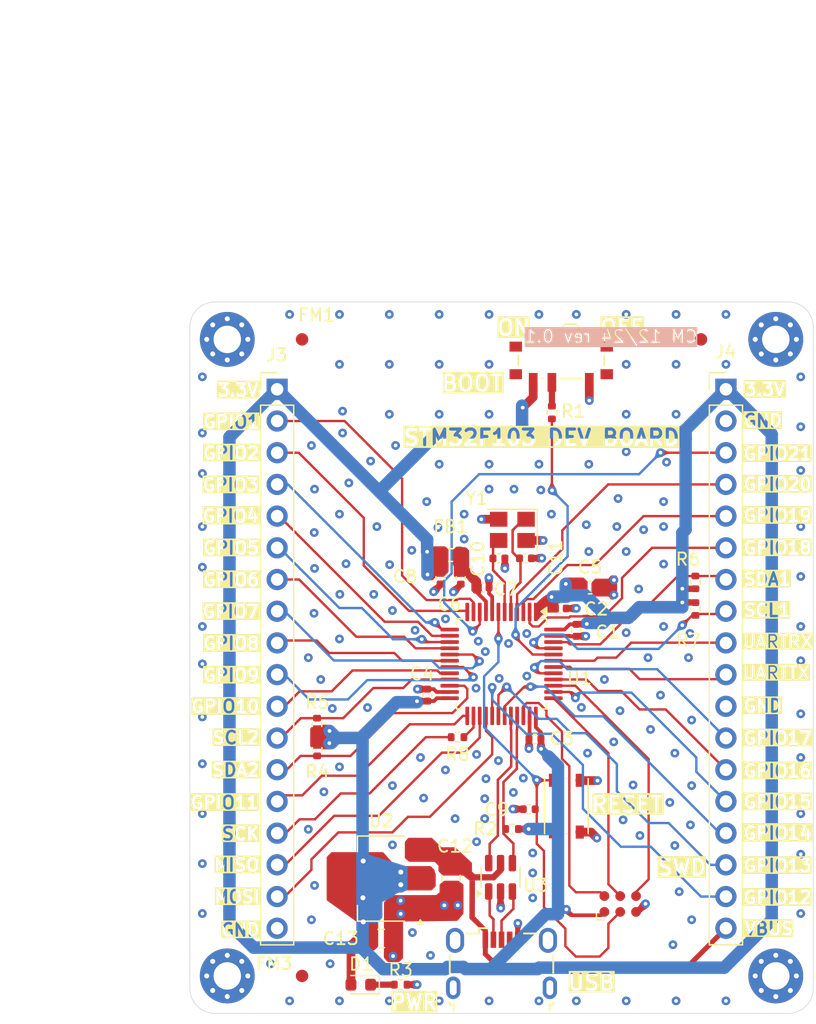
<source format=kicad_pcb>
(kicad_pcb (version 20240108) (generator "pcbnew") (generator_version "8.0")
  (layers (0 "F.Cu" signal) (1 "In1.Cu" power) (2 "In2.Cu" power) (31 "B.Cu" signal) (34 "B.Paste" user) (35 "F.Paste" user) (36 "B.SilkS" user "B.Silkscreen") (37 "F.SilkS" user "F.Silkscreen") (38 "B.Mask" user) (39 "F.Mask" user) (44 "Edge.Cuts" user))
  (net 0 "")
  (net 1 "GND")
  (net 2 "+3.3V")
  (net 3 "+3.3VA")
  (net 4 "/HSE_OUT")
  (net 5 "/HSE_IN")
  (net 6 "VBUS")
  (net 7 "/PWR_LED_K")
  (net 8 "/USB_D-")
  (net 9 "/USB_D+")
  (net 10 "/GPIO8")
  (net 11 "/GPIO6")
  (net 12 "/GPIO2")
  (net 13 "/GPIO4")
  (net 14 "/GPIO14")
  (net 15 "/GPIO11")
  (net 16 "/GPIO1")
  (net 17 "/GPIO5")
  (net 18 "/GPIO3")
  (net 19 "/GPIO13")
  (net 20 "/GPIO10")
  (net 21 "/GPIO7")
  (net 22 "/GPIO9")
  (net 23 "/GPIO12")
  (net 24 "/GPIO15")
  (net 25 "/I2C2_SDA")
  (net 26 "/I2C1_SDA")
  (net 27 "/GPIO17")
  (net 28 "/I2C2_SCL")
  (net 29 "/GPIO19")
  (net 30 "/GPIO16")
  (net 31 "/SPI2_MISO")
  (net 32 "/SPI2_MOSI")
  (net 33 "/SPI2_SCK")
  (net 34 "/GPIO18")
  (net 35 "/I2C1_SCL")
  (net 36 "/USART1_RX")
  (net 37 "/USART1_TX")
  (net 38 "/SW_BOOT0")
  (net 39 "/BOOT0")
  (net 40 "/GPIO21")
  (net 41 "/GPIO20")
  (net 42 "/SPI2_SCK_IC")
  (net 43 "/USBC_D-")
  (net 44 "/USBC_D+")
  (net 45 "/SWD_NRST")
  (net 46 "/SWD_DIO")
  (net 47 "/SWD_CLK")
  (net 48 "/SWD_TRACE")
  (footprint "Capacitor_SMD:C_0603_1608Metric" (layer "F.Cu") (at 160.1 96.88)
    (property "Reference" "C5")
    (property "Value" "10u" (hide yes))
  )
  (footprint "Resistor_SMD:R_0402_1005Metric" (layer "F.Cu") (at 157.04 82.86 -90)
    (property "Reference" "R1")
    (property "Value" "10k" (hide yes))
  )
  (footprint "Capacitor_SMD:C_0402_1005Metric" (layer "F.Cu") (at 155.22 114.64 180)
    (property "Reference" "C9")
    (property "Value" "100n" (hide yes))
  )
  (footprint "Button_Switch_SMD:SW_Push_1P1T_NO_Vertical_Wuerth_434133025816" (layer "F.Cu") (at 158.2 114.4 -90)
    (property "Reference" "SW1" (hide yes))
    (property "Value" "SW_Push" (hide yes))
  )
  (footprint "Resistor_SMD:R_0402_1005Metric" (layer "F.Cu") (at 144.91 128.7)
    (property "Reference" "R3")
    (property "Value" "1k5" (hide yes))
  )
  (footprint "Package_TO_SOT_SMD:SOT-23-6" (layer "F.Cu") (at 152.92 120.1 90)
    (property "Reference" "U3")
    (property "Value" "USBLC6-2SC6" (hide yes))
  )
  (footprint "Package_TO_SOT_SMD:SOT-223-3_TabPin2" (layer "F.Cu") (at 143.35 120.2 180)
    (property "Reference" "U2")
    (property "Value" "AMS1117-3.3" (hide yes))
  )
  (footprint "Crystal:Crystal_SMD_3225-4Pin_3.2x2.5mm" (layer "F.Cu") (at 153.87 92.26 180)
    (property "Reference" "Y1")
    (property "Value" "16MHz" (hide yes))
  )
  (footprint "Connector:Tag-Connect_TC2030-IDC-FP_2x03_P1.27mm_Vertical" (layer "F.Cu") (at 162.52 122.235)
    (property "Reference" "J6" (hide yes))
    (property "Value" "Conn_ARM_SWD_TagConnect_TC2030" (hide yes))
  )
  (footprint "Fiducial:Fiducial_1mm_Mask2mm" (layer "F.Cu") (at 137 128)
    (property "Reference" "FM3")
    (property "Value" "Fiducial" (hide yes))
  )
  (footprint "Capacitor_SMD:C_0402_1005Metric" (layer "F.Cu") (at 154.92 94.54)
    (property "Reference" "C11")
    (property "Value" "15p" (hide yes))
  )
  (footprint "Capacitor_SMD:C_0402_1005Metric" (layer "F.Cu") (at 152.79 94.55)
    (property "Reference" "C10")
    (property "Value" "15p" (hide yes))
  )
  (footprint "Capacitor_SMD:C_0805_2012Metric" (layer "F.Cu") (at 148.95 120.2 -90)
    (property "Reference" "C12")
    (property "Value" "22u" (hide yes))
  )
  (footprint "MountingHole:MountingHole_2.2mm_M2_Pad_Via" (layer "F.Cu") (at 131 77 180)
    (property "Reference" "H1" (hide yes))
    (property "Value" "MountingHole_Pad" (hide yes))
  )
  (footprint "MountingHole:MountingHole_2.2mm_M2_Pad_Via" (layer "F.Cu") (at 175 128)
    (property "Reference" "H4" (hide yes))
    (property "Value" "MountingHole_Pad" (hide yes))
  )
  (footprint "Capacitor_SMD:C_0402_1005Metric" (layer "F.Cu") (at 159 100.31 -90)
    (property "Reference" "C1")
    (property "Value" "100n" (hide yes))
  )
  (footprint "Resistor_SMD:R_0402_1005Metric" (layer "F.Cu") (at 138.200001 107.86 90)
    (property "Reference" "R5")
    (property "Value" "1k5" (hide yes))
  )
  (footprint "Capacitor_SMD:C_0402_1005Metric" (layer "F.Cu") (at 148.1 96.12 -90)
    (property "Reference" "C8")
    (property "Value" "1u" (hide yes))
  )
  (footprint "Package_QFP:LQFP-48_7x7mm_P0.5mm" (layer "F.Cu") (at 153 103 -90)
    (property "Reference" "U1")
    (property "Value" "STM32F103C8Tx")
  )
  (footprint "Resistor_SMD:R_0402_1005Metric" (layer "F.Cu") (at 149.47 108.87 180)
    (property "Reference" "R8")
    (property "Value" "22R" (hide yes))
  )
  (footprint "Connector_PinHeader_2.54mm:PinHeader_1x18_P2.54mm_Vertical" (layer "F.Cu") (at 135 81)
    (property "Reference" "J3")
    (property "Value" "Conn_01x18" (hide yes))
  )
  (footprint "Connector_USB:USB_Micro-B_Wuerth_629105150521" (layer "F.Cu") (at 153 127)
    (property "Reference" "J1" (hide yes))
    (property "Value" "USB_B_Micro" (hide yes))
  )
  (footprint "Fiducial:Fiducial_1mm_Mask2mm" (layer "F.Cu") (at 169 77)
    (property "Reference" "FM2")
    (property "Value" "Fiducial" (hide yes))
  )
  (footprint "Inductor_SMD:L_0603_1608Metric" (layer "F.Cu") (at 148.92 94.28 180)
    (property "Reference" "FB1")
    (property "Value" "120R" (hide yes))
  )
  (footprint "Resistor_SMD:R_0402_1005Metric" (layer "F.Cu") (at 138.21 109.86 -90)
    (property "Reference" "R4")
    (property "Value" "1k5" (hide yes))
  )
  (footprint "Resistor_SMD:R_0402_1005Metric" (layer "F.Cu") (at 153.84 116.23 180)
    (property "Reference" "R2")
    (property "Value" "1k5" (hide yes))
  )
  (footprint "Resistor_SMD:R_0402_1005Metric" (layer "F.Cu") (at 168.55 96.470001 90)
    (property "Reference" "R6")
    (property "Value" "1k5" (hide yes))
  )
  (footprint "Capacitor_SMD:C_0402_1005Metric" (layer "F.Cu") (at 151.52 96.88)
    (property "Reference" "C7")
    (property "Value" "10n" (hide yes))
  )
  (footprint "Capacitor_SMD:C_0402_1005Metric" (layer "F.Cu") (at 157.710001 98.56)
    (property "Reference" "C2")
    (property "Value" "100n" (hide yes))
  )
  (footprint "MountingHole:MountingHole_2.2mm_M2_Pad_Via" (layer "F.Cu") (at 175 77)
    (property "Reference" "H3" (hide yes))
    (property "Value" "MountingHole_Pad" (hide yes))
  )
  (footprint "MountingHole:MountingHole_2.2mm_M2_Pad_Via" (layer "F.Cu") (at 131 128)
    (property "Reference" "H2" (hide yes))
    (property "Value" "MountingHole_Pad" (hide yes))
  )
  (footprint "Fiducial:Fiducial_1mm_Mask2mm" (layer "F.Cu") (at 137 77)
    (property "Reference" "FM1")
    (property "Value" "Fiducial" (hide yes))
  )
  (footprint "LED_SMD:LED_0603_1608Metric" (layer "F.Cu") (at 141.71 128.7 180)
    (property "Reference" "D1")
    (property "Value" "LED" (hide yes))
  )
  (footprint "Button_Switch_SMD:SW_SPDT_PCM12" (layer "F.Cu") (at 157.79 79.01 180)
    (property "Reference" "SW2" (hide yes))
    (property "Value" "SW_SPDT" (hide yes))
  )
  (footprint "Resistor_SMD:R_0402_1005Metric" (layer "F.Cu") (at 168.55 98.6 -90)
    (property "Reference" "R7")
    (property "Value" "1k5" (hide yes))
  )
  (footprint "Connector_PinHeader_2.54mm:PinHeader_1x18_P2.54mm_Vertical" (layer "F.Cu") (at 171 81)
    (property "Reference" "J4")
    (property "Value" "Conn_01x18" (hide yes))
  )
  (footprint "Capacitor_SMD:C_0402_1005Metric" (layer "F.Cu") (at 147.05 105.5 90)
    (property "Reference" "C4")
    (property "Value" "100n" (hide yes))
  )
  (footprint "Capacitor_SMD:C_0805_2012Metric" (layer "F.Cu") (at 143.35 125)
    (property "Reference" "C13")
    (property "Value" "22u" (hide yes))
  )
  (footprint "Capacitor_SMD:C_0402_1005Metric" (layer "F.Cu") (at 155.68 109 180)
    (property "Reference" "C3")
    (property "Value" "100n" (hide yes))
  )
  (footprint "Capacitor_SMD:C_0402_1005Metric" (layer "F.Cu") (at 149.73 96.13 -90)
    (property "Reference" "C6")
    (property "Value" "1u" (hide yes))
  )
  (gr_line (start 130 74) (end 176 74) (stroke (width 0.05)) (layer "Edge.Cuts"))
  (gr_line (start 176 131) (end 130 131) (stroke (width 0.05)) (layer "Edge.Cuts"))
  (gr_line (start 128 129) (end 128 76) (stroke (width 0.05)) (layer "Edge.Cuts"))
  (gr_arc (start 176 74) (mid 177.414213 74.585786) (end 178 76) (stroke (width 0.05)) (layer "Edge.Cuts"))
  (gr_arc (start 128 76) (mid 128.585786 74.585786) (end 130 74) (stroke (width 0.05)) (layer "Edge.Cuts"))
  (gr_arc (start 178 129) (mid 177.414214 130.414214) (end 176 131) (stroke (width 0.05)) (layer "Edge.Cuts"))
  (gr_line (start 178 76) (end 178 129) (stroke (width 0.05)) (layer "Edge.Cuts"))
  (gr_arc (start 130 131) (mid 128.585786 130.414214) (end 128 129) (stroke (width 0.05)) (layer "Edge.Cuts"))
  (gr_text "CM 12/24 rev 0.1" (at 168.8 77.35 0) (layer "B.SilkS" knockout) (effects (font (size 1 1) (thickness 0.1)) (justify left bottom mirror)))
  (gr_text "GPIO5\n" (at 128.95 94.3 0) (layer "F.SilkS" knockout) (effects (font (size 1 1) (thickness 0.2) (bold yes)) (justify left bottom)))
  (gr_text "SCL1" (at 172.3 99.3 0) (layer "F.SilkS" knockout) (effects (font (size 1 1) (thickness 0.2) (bold yes)) (justify left bottom)))
  (gr_text "GPIO15" (at 172.3 114.65 0) (layer "F.SilkS" knockout) (effects (font (size 1 1) (thickness 0.2) (bold yes)) (justify left bottom)))
  (gr_text "GPIO10\n" (at 128 107 0) (layer "F.SilkS" knockout) (effects (font (size 1 1) (thickness 0.2) (bold yes)) (justify left bottom)))
  (gr_text "BOOT" (at 148.1 81.25 0) (layer "F.SilkS" knockout) (effects (font (size 1.25 1.25) (thickness 0.2) (bold yes)) (justify left bottom)))
  (gr_text "GPIO6" (at 128.95 96.85 0) (layer "F.SilkS" knockout) (effects (font (size 1 1) (thickness 0.2) (bold yes)) (justify left bottom)))
  (gr_text "GPIO12" (at 172.3 122.3 0) (layer "F.SilkS" knockout) (effects (font (size 1 1) (thickness 0.2) (bold yes)) (justify left bottom)))
  (gr_text "SWD" (at 165.4 120.05 0) (layer "F.SilkS" knockout) (effects (font (size 1.25 1.25) (thickness 0.2) (bold yes)) (justify left bottom)))
  (gr_text "UARTRX" (at 172.25 101.8 0) (layer "F.SilkS" knockout) (effects (font (size 1 1) (thickness 0.125)) (justify left bottom)))
  (gr_text "GPIO11" (at 127.95 114.7 0) (layer "F.SilkS" knockout) (effects (font (size 1 1) (thickness 0.2) (bold yes)) (justify left bottom)))
  (gr_text "STM32F103 DEV BOARD" (at 145 85.6 0) (layer "F.SilkS" knockout) (effects (font (size 1.25 1.25) (thickness 0.25) (bold yes)) (justify left bottom)))
  (gr_text "GPIO2" (at 128.95 86.7 0) (layer "F.SilkS" knockout) (effects (font (size 1 1) (thickness 0.2) (bold yes)) (justify left bottom)))
  (gr_text "GND" (at 172.3 84.1 0) (layer "F.SilkS" knockout) (effects (font (size 1 1) (thickness 0.2) (bold yes)) (justify left bottom)))
  (gr_text "GPIO3\n" (at 128.9 89.25 0) (layer "F.SilkS" knockout) (effects (font (size 1 1) (thickness 0.2) (bold yes)) (justify left bottom)))
  (gr_text "GPIO7\n" (at 128.9 99.4 0) (layer "F.SilkS" knockout) (effects (font (size 1 1) (thickness 0.2) (bold yes)) (justify left bottom)))
  (gr_text "SCL2" (at 129.7 109.5 0) (layer "F.SilkS" knockout) (effects (font (size 1 1) (thickness 0.2) (bold yes)) (justify left bottom)))
  (gr_text "VBUS" (at 172.4 124.8 0) (layer "F.SilkS" knockout) (effects (font (size 1 1) (thickness 0.2) (bold yes)) (justify left bottom)))
  (gr_text "GPIO1" (at 128.95 84.2 0) (layer "F.SilkS" knockout) (effects (font (size 1 1) (thickness 0.2) (bold yes)) (justify left bottom)))
  (gr_text "GPIO4\n" (at 128.9 91.75 0) (layer "F.SilkS" knockout) (effects (font (size 1 1) (thickness 0.2) (bold yes)) (justify left bottom)))
  (gr_text "RESET" (at 160.1 115 0) (layer "F.SilkS" knockout) (effects (font (size 1.25 1.25) (thickness 0.2) (bold yes)) (justify left bottom)))
  (gr_text "GPIO20\n" (at 172.3 89.2 0) (layer "F.SilkS" knockout) (effects (font (size 1 1) (thickness 0.2) (bold yes)) (justify left bottom)))
  (gr_text "GPIO13" (at 172.3 119.75 0) (layer "F.SilkS" knockout) (effects (font (size 1 1) (thickness 0.2) (bold yes)) (justify left bottom)))
  (gr_text "GPIO21\n" (at 172.3 86.75 0) (layer "F.SilkS" knockout) (effects (font (size 1 1) (thickness 0.2) (bold yes)) (justify left bottom)))
  (gr_text "SDA1\n" (at 172.3 96.8 0) (layer "F.SilkS" knockout) (effects (font (size 1 1) (thickness 0.2) (bold yes)) (justify left bottom)))
  (gr_text "GPIO9\n" (at 128.95 104.5 0) (layer "F.SilkS" knockout) (effects (font (size 1 1) (thickness 0.2) (bold yes)) (justify left bottom)))
  (gr_text "MOSI" (at 129.85 122.25 0) (layer "F.SilkS" knockout) (effects (font (size 1 1) (thickness 0.2) (bold yes)) (justify left bottom)))
  (gr_text "GPIO17\n\n\n" (at 172.3 112.75 0) (layer "F.SilkS" knockout) (effects (font (size 1 1) (thickness 0.2) (bold yes)) (justify left bottom)))
  (gr_text "3.3V" (at 172.35 81.6 0) (layer "F.SilkS" knockout) (effects (font (size 1 1) (thickness 0.2) (bold yes)) (justify left bottom)))
  (gr_text "UARTTX" (at 172.25 104.3 0) (layer "F.SilkS" knockout) (effects (font (size 1 1) (thickness 0.125)) (justify left bottom)))
  (gr_text "SDA2" (at 129.65 112.1 0) (layer "F.SilkS" knockout) (effects (font (size 1 1) (thickness 0.2) (bold yes)) (justify left bottom)))
  (gr_text "GPIO16\n\n\n\n" (at 172.3 117 0) (layer "F.SilkS" knockout) (effects (font (size 1 1) (thickness 0.2) (bold yes)) (justify left bottom)))
  (gr_text "GPIO19\n" (at 172.3 91.7 0) (layer "F.SilkS" knockout) (effects (font (size 1 1) (thickness 0.2) (bold yes)) (justify left bottom)))
  (gr_text "GPIO8\n" (at 128.95 101.95 0) (layer "F.SilkS" knockout) (effects (font (size 1 1) (thickness 0.2) (bold yes)) (justify left bottom)))
  (gr_text "GND" (at 172.3 106.95 0) (layer "F.SilkS" knockout) (effects (font (size 1 1) (thickness 0.2) (bold yes)) (justify left bottom)))
  (gr_text "ON" (at 152.55 76.8 0) (layer "F.SilkS" knockout) (effects (font (size 1.25 1.25) (thickness 0.2) (bold yes)) (justify left bottom)))
  (gr_text "USB" (at 158.2 129.25 0) (layer "F.SilkS" knockout) (effects (font (size 1.25 1.25) (thickness 0.2) (bold yes)) (justify left bottom)))
  (gr_text "GPIO18\n\n" (at 172.3 95.9 0) (layer "F.SilkS" knockout) (effects (font (size 1 1) (thickness 0.2) (bold yes)) (justify left bottom)))
  (gr_text "GND" (at 130.4 124.9 0) (layer "F.SilkS" knockout) (effects (font (size 1 1) (thickness 0.2) (bold yes)) (justify left bottom)))
  (gr_text "MISO" (at 133.7 119.7 0) (layer "F.SilkS" knockout) (effects (font (size 1 1) (thickness 0.2) (bold yes)) (justify right bottom)))
  (gr_text "GPIO14" (at 172.3 117.15 0) (layer "F.SilkS" knockout) (effects (font (size 1 1) (thickness 0.2) (bold yes)) (justify left bottom)))
  (gr_text "SCK" (at 130.45 117.2 0) (layer "F.SilkS" knockout) (effects (font (size 1 1) (thickness 0.2) (bold yes)) (justify left bottom)))
  (gr_text "PWR" (at 144 130.85 0) (layer "F.SilkS" knockout) (effects (font (size 1.25 1.18) (thickness 0.2) (bold yes)) (justify left bottom)))
  (gr_text "OFF" (at 160.8 76.8 0) (layer "F.SilkS" knockout) (effects (font (size 1.25 1.25) (thickness 0.2) (bold yes)) (justify left bottom)))
  (gr_text "3.3V" (at 130.1 81.65 0) (layer "F.SilkS" knockout) (effects (font (size 1 1) (thickness 0.2) (bold yes)) (justify left bottom)))
  (segment (start 152.25 97.62) (end 152 97.37) (width 0.3) (layer "F.Cu") (net 1))
  (segment (start 155.4 94.53) (end 156.06 94.53) (width 0.5) (layer "F.Cu") (net 1))
  (segment (start 158.5 100.79) (end 159 100.79) (width 0.3) (layer "F.Cu") (net 1))
  (segment (start 152.92 121.2375) (end 152.92 122.56) (width 0.5) (layer "F.Cu") (net 1))
  (segment (start 149.726899 96.6531) (end 149.260208 97.119792) (width 0.5) (layer "F.Cu") (net 1))
  (segment (start 159 100.78) (end 159.66 100.78) (width 0.5) (layer "F.Cu") (net 1))
  (segment (start 158.170001 98.55) (end 158.830001 98.55) (width 0.5) (layer "F.Cu") (net 1))
  (segment (start 152.25 98.8375) (end 152.25 97.62) (width 0.3) (layer "F.Cu") (net 1))
  (segment (start 160.175 116.475) (end 160.65 116.95) (width 0.7) (layer "F.Cu") (net 1))
  (segment (start 145.4 128.7) (end 146.06 128.7) (width 0.5) (layer "F.Cu") (net 1))
  (segment (start 151.99 96.920001) (end 151.99 96.260003) (width 0.5) (layer "F.Cu") (net 1))
  (segment (start 157.1625 100.75) (end 158.46 100.75) (width 0.3) (layer "F.Cu") (net 1))
  (segment (start 160.7 112.35) (end 159.3 112.35) (width 0.7) (layer "F.Cu") (net 1))
  (segment (start 147.56 105.02) (end 147.05 105.02) (width 0.3) (layer "F.Cu") (net 1))
  (segment (start 155.25 107.1625) (end 155.25 108.95) (width 0.3) (layer "F.Cu") (net 1))
  (segment (start 154.97 93.11) (end 156.34 93.11) (width 0.7) (layer "F.Cu") (net 1))
  (segment (start 160.175 116.475) (end 159.275 116.475) (width 0.7) (layer "F.Cu") (net 1))
  (segment (start 152 97.37) (end 152 96.88) (width 0.3) (layer "F.Cu") (net 1))
  (segment (start 158.46 100.75) (end 158.5 100.79) (width 0.3) (layer "F.Cu") (net 1))
  (segment (start 153.27 94.52) (end 153.27 95.18) (width 0.5) (layer "F.Cu") (net 1))
  (segment (start 154.740001 114.63) (end 154.08 114.63) (width 0.5) (layer "F.Cu") (net 1))
  (segment (start 154.3 123.79) (end 154.31 123.78) (width 0.4) (layer "F.Cu") (net 1))
  (segment (start 151.38 91.41) (end 152.77 91.41) (width 0.7) (layer "F.Cu") (net 1))
  (segment (start 155.2 108.95) (end 155.2 109.79) (width 0.5) (layer "F.Cu") (net 1))
  (segment (start 158.46 100.75) (end 158.52 100.81) (width 0.3) (layer "F.Cu") (net 1))
  (segment (start 148.136691 96.633309) (end 147.67 97.1) (width 0.5) (layer "F.Cu") (net 1))
  (segment (start 154.3 125.1) (end 154.3 123.79) (width 0.4) (layer "F.Cu") (net 1))
  (segment (start 147.08 105.02) (end 146.42 105.02) (width 0.5) (layer "F.Cu") (net 1))
  (segment (start 147.79 105.25) (end 147.56 105.02) (width 0.3) (layer "F.Cu") (net 1))
  (segment (start 148.8375 105.25) (end 147.79 105.25) (width 0.3) (layer "F.Cu") (net 1))
  (segment (start 152.92 122.56) (end 152.93 122.57) (width 0.5) (layer "F.Cu") (net 1))
  (segment (start 159.3 112.35) (end 159.275 112.325) (width 0.7) (layer "F.Cu") (net 1))
  (segment (start 163.9 122.87) (end 164.55 122.22) (width 0.5) (layer "F.Cu") (net 1))
  (segment (start 160.04 80.44) (end 160.04 81.9) (width 0.7) (layer "F.Cu") (net 1))
  (via (at 162 109.25) (size 0.7) (drill 0.3) (layers "F.Cu" "B.Cu") (net 1))
  (via (at 160.65 116.95) (size 0.7) (drill 0.3) (layers "F.Cu" "B.Cu") (net 1))
  (via (at 156.34 93.11) (size 0.7) (drill 0.3) (layers "F.Cu" "B.Cu") (net 1))
  (via (at 148 87) (size 0.7) (drill 0.3) (layers "F.Cu" "B.Cu") (net 1))
  (via (at 129 111) (size 0.7) (drill 0.3) (layers "F.Cu" "B.Cu") (net 1))
  (via (at 129 84.5) (size 0.7) (drill 0.3) (layers "F.Cu" "B.Cu") (net 1))
  (via (at 154.75 112.15) (size 0.7) (drill 0.3) (layers "F.Cu" "B.Cu") (net 1))
  (via (at 148 83) (size 0.7) (drill 0.3) (layers "F.Cu" "B.Cu") (net 1))
  (via (at 145.85 124.525) (size 0.7) (drill 0.3) (layers "F.Cu" "B.Cu") (net 1))
  (via (at 144.025 95.05) (size 0.7) (drill 0.3) (layers "F.Cu" "B.Cu") (net 1))
  (via (at 152 87) (size 0.7) (drill 0.3) (layers "F.Cu" "B.Cu") (net 1))
  (via (at 168 102.5) (size 0.7) (drill 0.3) (layers "F.Cu" "B.Cu") (net 1))
  (via (at 140 111.25) (size 0.7) (drill 0.3) (layers "F.Cu" "B.Cu") (net 1))
  (via (at 154 89) (size 0.7) (drill 0.3) (layers "F.Cu" "B.Cu") (net 1))
  (via (at 153.27 95.349999) (size 0.7) (drill 0.3) (layers "F.Cu" "B.Cu") (net 1))
  (via (at 162.35 89.75) (size 0.7) (drill 0.3) (layers "F.Cu" "B.Cu") (net 1))
  (via (at 140 101) (size 0.7) (drill 0.3) (layers "F.Cu" "B.Cu") (net 1))
  (via (at 138 120.75) (size 0.7) (drill 0.3) (layers "F.Cu" "B.Cu") (net 1))
  (via (at 146.5 110.5) (size 0.7) (drill 0.3) (layers "F.Cu" "B.Cu") (net 1))
  (via (at 140.525 94.975) (size 0.7) (drill 0.3) (layers "F.Cu" "B.Cu") (net 1))
  (via (at 162.5 106.75) (size 0.7) (drill 0.3) (layers "F.Cu" "B.Cu") (net 1))
  (via (at 164.55 122.22) (size 0.7) (drill 0.3) (layers "F.Cu" "B.Cu") (net 1))
  (via (at 177 87.5) (size 0.7) (drill 0.3) (layers "F.Cu" "B.Cu") (net 1))
  (via (at 152.80982 104.164337) (size 0.7) (drill 0.3) (layers "F.Cu" "B.Cu") (net 1))
  (via (at 138 89) (size 0.7) (drill 0.3) (layers "F.Cu" "B.Cu") (net 1))
  (via (at 152 89) (size 0.7) (drill 0.3) (layers "F.Cu" "B.Cu") (net 1))
  (via (at 151.699047 102.014855) (size 0.7) (drill 0.3) (layers "F.Cu" "B.Cu") (net 1))
  (via (at 163.55 112.7) (size 0.7) (drill 0.3) (layers "F.Cu" "B.Cu") (net 1))
  (via (at 164 97) (size 0.7) (drill 0.3) (layers "F.Cu" "B.Cu") (net 1))
  (via (at 137.75 85.5) (size 0.7) (drill 0.3) (layers "F.Cu" "B.Cu") (net 1))
  (via (at 152 79) (size 0.7) (drill 0.3) (layers "F.Cu" "B.Cu") (net 1))
  (via (at 157 91) (size 0.7) (drill 0.3) (layers "F.Cu" "B.Cu") (net 1))
  (via (at 166.9 117.55) (size 0.7) (drill 0.3) (layers "F.Cu" "B.Cu") (net 1))
  (via (at 155.2 109.79) (size 0.7) (drill 0.3) (layers "F.Cu" "B.Cu") (net 1))
  (via (at 166.75 125.5) (size 0.7) (drill 0.3) (layers "F.Cu" "B.Cu") (net 1))
  (via (at 144.25 112.75) (size 0.7) (drill 0.3) (layers "F.Cu" "B.Cu") (net 1))
  (via (at 155.02956 103.974871) (size 0.7) (drill 0.3) (layers "F.Cu" "B.Cu") (net 1))
  (via (at 149.14 97.24) (size 0.7) (drill 0.3) (layers "F.Cu" "B.Cu") (net 1))
  (via (at 159 98.55) (size 0.7) (drill 0.3) (layers "F.Cu" "B.Cu") (net 1))
  (via (at 155.5 119.75) (size 0.7) (drill 0.3) (layers "F.Cu" "B.Cu") (net 1))
  (via (at 151.38 91.41) (size 0.7) (drill 0.3) (layers "F.Cu" "B.Cu") (net 1))
  (via (at 177 110.5) (size 0.7) (drill 0.3) (layers "F.Cu" "B.Cu") (net 1))
  (via (at 150.955 104.944732) (size 0.7) (drill 0.3) (layers "F.Cu" "B.Cu") (net 1))
  (via (at 163.000001 75) (size 0.7) (drill 0.3) (layers "F.Cu" "B.Cu") (net 1))
  (via (at 129 103) (size 0.7) (drill 0.3) (layers "F.Cu" "B.Cu") (net 1))
  (via (at 148 75) (size 0.7) (drill 0.3) (layers "F.Cu" "B.Cu") (net 1))
  (via (at 159.407333 106.484841) (size 0.7) (drill 0.3) (layers "F.Cu" "B.Cu") (net 1))
  (via (at 156 130) (size 0.7) (drill 0.3) (layers "F.Cu" "B.Cu") (net 1))
  (via (at 166 95) (size 0.7) (drill 0.3) (layers "F.Cu" "B.Cu") (net 1))
  (via (at 163.000001 130) (size 0.7) (drill 0.3) (layers "F.Cu" "B.Cu") (net 1))
  (via (at 144.5 85.5) (size 0.7) (drill 0.3) (layers "F.Cu" "B.Cu") (net 1))
  (via (at 129 115) (size 0.7) (drill 0.3) (layers "F.Cu" "B.Cu") (net 1))
  (via (at 158.999999 75) (size 0.7) (drill 0.3) (layers "F.Cu" "B.Cu") (net 1))
  (via (at 163 79) (size 0.7) (drill 0.3) (layers "F.Cu" "B.Cu") (net 1))
  (via (at 151 117.25) (size 0.7) (drill 0.3) (layers "F.Cu" "B.Cu") (net 1))
  (via (at 166 90) (size 0.7) (drill 0.3) (layers "F.Cu" "B.Cu") (net 1))
  (via (at 166.5 114.1) (size 0.7) (drill 0.3) (layers "F.Cu" "B.Cu") (net 1))
  (via (at 167.000001 75) (size 0.7) (drill 0.3) (layers "F.Cu" "B.Cu") (net 1))
  (via (at 140.25 82.75) (size 0.7) (drill 0.3) (layers "F.Cu" "B.Cu") (net 1))
  (via (at 171 75) (size 0.7) (drill 0.3) (layers "F.Cu" "B.Cu") (net 1))
  (via (at 159.8 91.85) (size 0.7) (drill 0.3) (layers "F.Cu" "B.Cu") (net 1))
  (via (at 129 80) (size 0.7) (drill 0.3) (layers "F.Cu" "B.Cu") (net 1))
  (via (at 138 95.35) (size 0.7) (drill 0.3) (layers "F.Cu" "B.Cu") (net 1))
  (via (at 177 80) (size 0.7) (drill 0.3) (layers "F.Cu" "B.Cu") (net 1))
  (via (at 177 115) (size 0.7) (drill 0.3) (layers "F.Cu" "B.Cu") (net 1))
  (via (at 177 84) (size 0.7) (drill 0.3) (layers "F.Cu" "B.Cu") (net 1))
  (via (at 129 123) (size 0.7) (drill 0.3) (layers "F.Cu" "B.Cu") (net 1))
  (via (at 160 87) (size 0.7) (drill 0.3) (layers "F.Cu" "B.Cu") (net 1))
  (via (at 152 130) (size 0.7) (drill 0.3) (layers "F.Cu" "B.Cu") (net 1))
  (via (at 151 110.25) (size 0.7) (drill 0.3) (layers "F.Cu" "B.Cu") (net 1))
  (via (at 149.49 122.34) (size 0.7) (drill 0.3) (layers "F.Cu" "B.Cu") (net 1))
  (via (at 129 87.75) (size 0.7) (drill 0.3) (layers "F.Cu" "B.Cu") (net 1))
  (via (at 160 94) (size 0.7) (drill 0.3) (layers "F.Cu" "B.Cu") (net 1))
  (via (at 143 92) (size 0.7) (drill 0.3) (layers "F.Cu" "B.Cu") (net 1))
  (via (at 142.75 97.425) (size 0.7) (drill 0.3) (layers "F.Cu" "B.Cu") (net 1))
  (via (at 129 100) (size 0.7) (drill 0.3) (layers "F.Cu" "B.Cu") (net 1))
  (via (at 177 107) (size 0.7) (drill 0.3) (layers "F.Cu" "B.Cu") (net 1))
  (via (at 152.93 122.57) (size 0.7) (drill 0.3) (layers "F.Cu" "B.Cu") (net 1))
  (via (at 155.5 121.75) (size 0.7) (drill 0.3) (layers "F.Cu" "B.Cu") (net 1))
  (via (at 138.5 104.25) (size 0.7) (drill 0.3) (layers "F.Cu" "B.Cu") (net 1))
  (via (at 171 130) (size 0.7) (drill 0.3) (layers "F.Cu" "B.Cu") (net 1))
  (via (at 154.31 123.78) (size 0.7) (drill 0.3) (layers "F.Cu" "B.Cu") (net 1))
  (via (at 129 95.25) (size 0.7) (drill 0.3) (layers "F.Cu" "B.Cu") (net 1))
  (via (at 144 79) (size 0.7) (drill 0.3) (layers "F.Cu" "B.Cu") (net 1))
  (via (at 144 75) (size 0.7) (drill 0.3) (layers "F.Cu" "B.Cu") (net 1))
  (via (at 162.02 96.28) (size 0.7) (drill 0.3) (layers "F.Cu" "B.Cu") (net 1))
  (via (at 139.25 127.025) (size 0.7) (drill 0.3) (layers "F.Cu" "B.Cu") (net 1))
  (via (at 144 83) (size 0.7) (drill 0.3) (layers "F.Cu" "B.Cu") (net 1))
  (via (at 137.75 123.5) (size 0.7) (drill 0.3) (layers "F.Cu" "B.Cu") (net 1))
  (via (at 147 90) (size 0.7) (drill 0.3) (layers "F.Cu" "B.Cu") (net 1))
  (via (at 166.237207 86.836726) (size 0.7) (drill 0.3) (layers "F.Cu" "B.Cu") (net 1))
  (via (at 153.910001 114.63) (size 0.7) (drill 0.3) (layers "F.Cu" "B.Cu") (net 1))
  (via (at 163 100.5) (size 0.7) (drill 0.3) (layers "F.Cu" "B.Cu") (net 1))
  (via (at 177 118.25) (size 0.7) (drill 0.3) (layers "F.Cu" "B.Cu") (net 1))
  (via (at 140.025 97.425) (size 0.7) (drill 0.3) (layers "F.Cu" "B.Cu") (net 1))
  (via (at 134.475 127.025) (size 0.7) (drill 0.3) (layers "F.Cu" "B.Cu") (net 1))
  (via (at 137.975 92.475) (size 0.7) (drill 0.3) (layers "F.Cu" "B.Cu") (net 1))
  (via (at 144.25 117.5) (size 0.7) (drill 0.3) (layers "F.Cu" "B.Cu") (net 1))
  (via (at 129 107.25) (size 0.7) (drill 0.3) (layers "F.Cu" "B.Cu") (net 1))
  (via (at 144.9 121.97) (size 0.7) (drill 0.3) (layers "F.Cu" "B.Cu") (net 1))
  (via (at 150 91) (size 0.7) (drill 0.3) (layers "F.Cu" "B.Cu") (net 1))
  (via (at 153.560282 101.366724) (size 0.7) (drill 0.3) (layers "F.Cu" "B.Cu") (net 1))
  (via (at 159.76 100.78) (size 0.7) (drill 0.3) (layers "F.Cu" "B.Cu") (net 1))
  (via (at 168.25 112.75) (size 0.7) (drill 0.3) (layers "F.Cu" "B.Cu") (net 1))
  (via (at 139.425 106.575) (size 0.7) (drill 0.3) (layers "F.Cu" "B.Cu") (net 1))
  (via (at 152.75 110.75) (size 0.7) (drill 0.3) (layers "F.Cu" "B.Cu") (net 1))
  (via (at 151.65 115.4) (size 0.7) (drill 0.3) (layers "F.Cu" "B.Cu") (net 1))
  (via (at 168.25 123.5) (size 0.7) (drill 0.3) (layers "F.Cu" "B.Cu") (net 1))
  (via (at 159.9 110.15) (size 0.7) (drill 0.3) (layers "F.Cu" "B.Cu") (net 1))
  (via (at 140.000001 75) (size 0.7) (drill 0.3) (layers "F.Cu" "B.Cu") (net 1))
  (via (at 166.9 110.15) (size 0.7) (drill 0.3) (layers "F.Cu" "B.Cu") (net 1))
  (via (at 161.25 104.25) (size 0.7) (drill 0.3) (layers "F.Cu" "B.Cu") (net 1))
  (via (at 145.8 93.9) (size 0.7) (drill 0.3) (layers "F.Cu" "B.Cu") (net 1))
  (via (at 163 94) (size 0.7) (drill 0.3) (layers "F.Cu" "B.Cu") (net 1))
  (via (at 166 92) (size 0.7) (drill 0.3) (layers "F.Cu" "B.Cu") (net 1))
  (via (at 137.5 102.5) (size 0.7) (drill 0.3) (layers "F.Cu" "B.Cu") (net 1))
  (via (at 148.41 122.35) (size 0.7) (drill 0.3) (layers "F.Cu" "B.Cu") (net 1))
  (via (at 177 100) (size 0.7) (drill 0.3) (layers "F.Cu" "B.Cu") (net 1))
  (via (at 142.25 106.5) (size 0.7) (drill 0.3) (layers "F.Cu" "B.Cu") (net 1))
  (via (at 158.999999 130) (size 0.7) (drill 0.3) (layers "F.Cu" "B.Cu") (net 1))
  (via (at 151.136526 101.181421) (size 0.7) (drill 0.3) (layers "F.Cu" "B.Cu") (net 1))
  (via (at 177 92) (size 0.7) (drill 0.3) (layers "F.Cu" "B.Cu") (net 1))
  (via (at 171 79) (size 0.7) (drill 0.3) (layers "F.Cu" "B.Cu") (net 1))
  (via (at 160.7 112.35) (size 0.7) (drill 0.3) (layers "F.Cu" "B.Cu") (net 1))
  (via (at 164.95 108.25) (size 0.7) (drill 0.3) (layers "F.Cu" "B.Cu") (net 1))
  (via (at 177 102.75) (size 0.7) (drill 0.3) (layers "F.Cu" "B.Cu") (net 1))
  (via (at 138.75 113.25) (size 0.7) (drill 0.3) (layers "F.Cu" "B.Cu") (net 1))
  (via (at 167.25 121.25) (size 0.7) (drill 0.3) (layers "F.Cu" "B.Cu") (net 1))
  (via (at 167.000001 130) (size 0.7) (drill 0.3) (layers "F.Cu" "B.Cu") (net 1))
  (via (at 156 87) (size 0.7) (drill 0.3) (layers "F.Cu" "B.Cu") (net 1))
  (via (at 148 79) (size 0.7) (drill 0.3) (layers "F.Cu" "B.Cu") (net 1))
  (via (at 146.250001 105.02) (size 0.7) (drill 0.3) (layers "F.Cu" "B.Cu") (net 1))
  (via (at 140 91) (size 0.7) (drill 0.3) (layers "F.Cu" "B.Cu") (net 1))
  (via (at 168.15 115.9) (size 0.7) (drill 0.3) (layers "F.Cu" "B.Cu") (net 1))
  (via (at 148 130) (size 0.7) (drill 0.3) (layers "F.Cu" "B.Cu") (net 1))
  (via (at 163 86) (size 0.7) (drill 0.3) (layers "F.Cu" "B.Cu") (net 1))
  (via (at 146.229999 128.7) (size 0.7) (drill 0.3) (layers "F.Cu" "B.Cu") (net 1))
  (via (at 151.75 112.2) (size 0.7) (drill 0.3) (layers "F.Cu" "B.Cu") (net 1))
  (via (at 155.024084 100.566955) (size 0.7) (drill 0.3) (layers "F.Cu" "B.Cu") (net 1))
  (via (at 147.3 126.35) (size 0.7) (drill 0.3) (layers "F.Cu" "B.Cu") (net 1))
  (via (at 152 75) (size 0.7) (drill 0.3) (layers "F.Cu" "B.Cu") (net 1))
  (via (at 140.75 88.5) (size 0.7) (drill 0.3) (layers "F.Cu" "B.Cu") (net 1))
  (via (at 144 130) (size 0.7) (drill 0.3) (layers "F.Cu" "B.Cu") (net 1))
  (via (at 164.75 102.5) (size 0.7) (drill 0.3) (layers "F.Cu" "B.Cu") (net 1))
  (via (at 167 83) (size 0.7) (drill 0.3) (layers "F.Cu" "B.Cu") (net 1))
  (via (at 137.955596 98.944719) (size 0.7) (drill 0.3) (layers "F.Cu" "B.Cu") (net 1))
  (via (at 164.4 92.25) (size 0.7) (drill 0.3) (layers "F.Cu" "B.Cu") (net 1))
  (via (at 135.999999 130) (size 0.7) (drill 0.3) (layers "F.Cu" "B.Cu") (net 1))
  (via (at 152 83) (size 0.7) (drill 0.3) (layers "F.Cu" "B.Cu") (net 1))
  (via (at 160.04 81.9) (size 0.7) (drill 0.3) (layers "F.Cu" "B.Cu") (net 1))
  (via (at 144.25 98.725) (size 0.7) (drill 0.3) (layers "F.Cu" "B.Cu") (net 1))
  (via (at 146.064487 100.301654) (size 0.7) (drill 0.3) (layers "F.Cu" "B.Cu") (net 1))
  (via (at 151.99 96.09) (size 0.7) (drill 0.3) (layers "F.Cu" "B.Cu") (net 1))
  (via (at 156 75) (size 0.7) (drill 0.3) (layers "F.Cu" "B.Cu") (net 1))
  (via (at 129 92) (size 0.7) (drill 0.3) (layers "F.Cu" "B.Cu") (net 1))
  (via (at 148.5 111.5) (size 0.7) (drill 0.3) (layers "F.Cu" "B.Cu") (net 1))
  (via (at 162.75 115.5) (size 0.7) (drill 0.3) (layers "F.Cu" "B.Cu") (net 1))
  (via (at 140.25 84.5) (size 0.7) (drill 0.3) (layers "F.Cu" "B.Cu") (net 1))
  (via (at 135.999999 75) (size 0.7) (drill 0.3) (layers "F.Cu" "B.Cu") (net 1))
  (via (at 162.02 97.47) (size 0.7) (drill 0.3) (layers "F.Cu" "B.Cu") (net 1))
  (via (at 164.1 116.75) (size 0.7) (drill 0.3) (layers "F.Cu" "B.Cu") (net 1))
  (via (at 137.5 116.25) (size 0.7) (drill 0.3) (layers "F.Cu" "B.Cu") (net 1))
  (via (at 151.65 113.8) (size 0.7) (drill 0.3) (layers "F.Cu" "B.Cu") (net 1))
  (via (at 146.75 113.75) (size 0.7) (drill 0.3) (layers "F.Cu" "B.Cu") (net 1))
  (via (at 167 79) (size 0.7) (drill 0.3) (layers "F.Cu" "B.Cu") (net 1))
  (via (at 162.25 92) (size 0.7) (drill 0.3) (layers "F.Cu" "B.Cu") (net 1))
  (via (at 166 100) (size 0.7) (drill 0.3) (layers "F.Cu" "B.Cu") (net 1))
  (via (at 163 83) (size 0.7) (drill 0.3) (layers "F.Cu" "B.Cu") (net 1))
  (via (at 177 123) (size 0.7) (drill 0.3) (layers "F.Cu" "B.Cu") (net 1))
  (via (at 153.95 113.3) (size 0.7) (drill 0.3) (layers "F.Cu" "B.Cu") (net 1))
  (via (at 148.505337 99.395) (size 0.7) (drill 0.3) (layers "F.Cu" "B.Cu") (net 1))
  (via (at 156.150533 89.068984) (size 0.7) (drill 0.3) (layers "F.Cu" "B.Cu") (net 1))
  (via (at 140.000001 79) (size 0.7) (drill 0.3) (layers "F.Cu" "B.Cu") (net 1))
  (via (at 129 119) (size 0.7) (drill 0.3) (layers "F.Cu" "B.Cu") (net 1))
  (via (at 177 96) (size 0.7) (drill 0.3) (layers "F.Cu" "B.Cu") (net 1))
  (via (at 147.549792 97.220208) (size 0.7) (drill 0.3) (layers "F.Cu" "B.Cu") (net 1))
  (via (at 150 93) (size 0.7) (drill 0.3) (layers "F.Cu" "B.Cu") (net 1))
  (via (at 144.91 123.03) (size 0.7) (drill 0.3) (layers "F.Cu" "B.Cu") (net 1))
  (via (at 156.229999 94.53) (size 0.7) (drill 0.3) (layers "F.Cu" "B.Cu") (net 1))
  (via (at 155.5 118.15) (size 0.7) (drill 0.3) (layers "F.Cu" "B.Cu") (net 1))
  (via (at 144.3 126.41) (size 0.7) (drill 0.3) (layers "F.Cu" "B.Cu") (net 1))
  (via (at 165.75 105.5) (size 0.7) (drill 0.3) (layers "F.Cu" "B.Cu") (net 1))
  (via (at 168.25 107.5) (size 0.7) (drill 0.3) (layers "F.Cu" "B.Cu") (net 1))
  (via (at 140.000001 130) (size 0.7) (drill 0.3) (layers "F.Cu" "B.Cu") (net 1))
  (via (at 142.5 86.75) (size 0.7) (drill 0.3) (layers "F.Cu" "B.Cu") (net 1))
  (via (at 149.275 115.4) (size 0.7) (drill 0.3) (layers "F.Cu" "B.Cu") (net 1))
  (via (at 147.9 92.075) (size 0.7) (drill 0.3) (layers "F.Cu" "B.Cu") (net 1))
  (via (at 168.113278 100.558706) (size 0.7) (drill 0.3) (layers "F.Cu" "B.Cu") (net 1))
  (segment (start 147.58 105.98) (end 147.05 105.98) (width 0.3) (layer "F.Cu") (net 2))
  (segment (start 140.922499 125.552501) (end 141.475 125) (width 0.7) (layer "F.Cu") (net 2))
  (segment (start 147.049999 105.99) (end 146.389998 105.99) (width 0.5) (layer "F.Cu") (net 2))
  (segment (start 155.75 107.1625) (end 155.75 108.08) (width 0.3) (layer "F.Cu") (net 2))
  (segment (start 167.500001 98.079118) (end 168.579999 98.079117) (width 0.5) (layer "F.Cu") (net 2))
  (segment (start 155.54 81.63) (end 154.7 82.47) (width 0.7) (layer "F.Cu") (net 2))
  (segment (start 157.1625 100.25) (end 158.05 100.25) (width 0.3) (layer "F.Cu") (net 2))
  (segment (start 168.599999 96.980001) (end 167.5 96.980001) (width 0.5) (layer "F.Cu") (net 2))
  (segment (start 161.25 122.87) (end 160.9797 123.1403) (width 0.3) (layer "F.Cu") (net 2))
  (segment (start 160.9797 123.1403) (end 158.6703 123.1403) (width 0.3) (layer "F.Cu") (net 2))
  (segment (start 158.05 100.25) (end 158.47 99.83) (width 0.3) (layer "F.Cu") (net 2))
  (segment (start 158.6703 123.1403) (end 158.2 122.67) (width 0.3) (layer "F.Cu") (net 2))
  (segment (start 155.54 80.44) (end 155.54 81.63) (width 0.7) (layer "F.Cu") (net 2))
  (segment (start 140.922499 128.7) (end 140.922499 125.552501) (width 0.7) (layer "F.Cu") (net 2))
  (segment (start 147.81 105.75) (end 147.58 105.98) (width 0.3) (layer "F.Cu") (net 2))
  (segment (start 148.8375 105.75) (end 147.81 105.75) (width 0.3) (layer "F.Cu") (net 2))
  (segment (start 158.47 99.83) (end 159 99.83) (width 0.3) (layer "F.Cu") (net 2))
  (segment (start 141.475 125) (end 142.400001 125) (width 0.7) (layer "F.Cu") (net 2))
  (segment (start 155.75 108.08) (end 156.16 108.49) (width 0.3) (layer "F.Cu") (net 2))
  (segment (start 156.16 108.49) (end 156.16 109) (width 0.3) (layer "F.Cu") (net 2))
  (segment (start 156.17 108.980001) (end 156.17 109.640001) (width 0.5) (layer "F.Cu") (net 2))
  (segment (start 154.349999 116.23) (end 155.01 116.23) (width 0.5) (layer "F.Cu") (net 2))
  (segment (start 158.930001 99.82) (end 159.590002 99.82) (width 0.5) (layer "F.Cu") (net 2))
  (via (at 141.9 118.79) (size 0.9) (drill 0.4) (layers "F.Cu" "B.Cu") (net 2))
  (via (at 159.84 99.8) (size 0.7) (drill 0.3) (layers "F.Cu" "B.Cu") (net 2))
  (via (at 139.19 109.35) (size 0.7) (drill 0.3) (layers "F.Cu" "B.Cu") (net 2))
  (via (at 167.5 96.980001) (size 0.7) (drill 0.3) (layers "F.Cu" "B.Cu") (net 2))
  (via (at 147.03 94.02) (size 0.7) (drill 0.3) (layers "F.Cu" "B.Cu") (net 2))
  (via (at 156.17 109.81) (size 0.7) (drill 0.3) (layers "F.Cu" "B.Cu") (net 2))
  (via (at 154.7 82.47) (size 0.7) (drill 0.3) (layers "F.Cu" "B.Cu") (net 2))
  (via (at 167.5 98.079117) (size 0.7) (drill 0.3) (layers "F.Cu" "B.Cu") (net 2))
  (via (at 144.92 119.68) (size 0.9) (drill 0.4) (layers "F.Cu" "B.Cu") (net 2))
  (via (at 144.92 120.69) (size 0.9) (drill 0.4) (layers "F.Cu" "B.Cu") (net 2))
  (via (at 147.06 95.84) (size 0.7) (drill 0.3) (layers "F.Cu" "B.Cu") (net 2))
  (via (at 158.2 122.67) (size 0.7) (drill 0.3) (layers "F.Cu" "B.Cu") (net 2))
  (via (at 155.179998 116.23) (size 0.7) (drill 0.3) (layers "F.Cu" "B.Cu") (net 2))
  (via (at 141.91 123.67) (size 0.9) (drill 0.4) (layers "F.Cu" "B.Cu") (net 2))
  (via (at 157.01 97.64) (size 0.7) (drill 0.3) (layers "F.Cu" "B.Cu") (net 2))
  (via (at 158.15 96.59) (size 0.7) (drill 0.3) (layers "F.Cu" "B.Cu") (net 2))
  (via (at 141.88 121.74) (size 0.9) (drill 0.4) (layers "F.Cu" "B.Cu") (net 2))
  (via (at 139.2 108.37) (size 0.7) (drill 0.3) (layers "F.Cu" "B.Cu") (net 2))
  (via (at 146.22 105.99) (size 0.7) (drill 0.3) (layers "F.Cu" "B.Cu") (net 2))
  (segment (start 143.505074 127.46) (end 148.486878 127.46) (width 1) (layer "B.Cu") (net 2))
  (segment (start 156.75 110.41) (end 157.53 111.19) (width 1) (layer "B.Cu") (net 2))
  (segment (start 167.77 84.95) (end 167.77 84.23) (width 1) (layer "B.Cu") (net 2))
  (segment (start 167.77 84.95) (end 167.77 92.23) (width 1) (layer "B.Cu") (net 2))
  (segment (start 144.584926 106.07) (end 146.22 106.07) (width 1) (layer "B.Cu") (net 2))
  (segment (start 155.890488 127.45) (end 156.000488 127.34) (width 1) (layer "B.Cu") (net 2))
  (segment (start 157.53 123.035131) (end 157.51 123.055131) (width 1) (layer "B.Cu") (net 2))
  (segment (start 148.666878 127.28) (end 149.939512 127.28) (width 1) (layer "B.Cu") (net 2))
  (segment (start 157.53 111.19) (end 157.53 116.22) (width 1) (layer "B.Cu") (net 2))
  (segment (start 163.19 99.31) (end 164.040883 98.459117) (width 1) (layer "B.Cu") (net 2))
  (segment (start 164.040883 98.459117) (end 167.5 98.459117) (width 1) (layer "B.Cu") (net 2))
  (segment (start 142.27 108.384926) (end 141.724926 108.93) (width 1) (layer "B.Cu") (net 2))
  (segment (start 158.14 97.61) (end 157.12 97.61) (width 1) (layer "B.Cu") (net 2))
  (segment (start 141.85 125.804926) (end 143.505074 127.46) (width 1) (layer "B.Cu") (net 2))
  (segment (start 167.77 84.23) (end 171 81) (width 1) (layer "B.Cu") (net 2))
  (segment (start 147.03 94.02) (end 147.03 93.03) (width 1) (layer "B.Cu") (net 2))
  (segment (start 155.179998 116.23) (end 157.52 116.23) (width 1) (layer "B.Cu") (net 2))
  (segment (start 133.105 125.73) (end 141.775074 125.73) (width 1) (layer "B.Cu") (net 2))
  (segment (start 152.134746 127.45) (end 156.529615 123.055131) (width 1) (layer "B.Cu") (net 2))
  (segment (start 139.19 109.35) (end 139.34 109.35) (width 1) (layer "B.Cu") (net 2))
  (segment (start 158.15 97.6) (end 158.14 97.61) (width 1) (layer "B.Cu") (net 2))
  (segment (start 161.54 99.31) (end 159.73 97.5) (width 1) (layer "B.Cu") (net 2))
  (segment (start 158.345074 97.5) (end 158.245074 97.6) (width 1) (layer "B.Cu") (net 2))
  (segment (start 141.85 108.804926) (end 141.85 125.804926) (width 1) (layer "B.Cu") (net 2))
  (segment (start 167.27 84.45) (end 167.77 84.95) (width 1) (layer "B.Cu") (net 2))
  (segment (start 139.34 109.35) (end 139.76 108.93) (width 1) (layer "B.Cu") (net 2))
  (segment (start 139.76 108.93) (end 139.2 108.37) (width 1) (layer "B.Cu") (net 2))
  (segment (start 174.675 123.525) (end 174.675 84.6) (width 1) (layer "B.Cu") (net 2))
  (segment (start 148.486878 127.46) (end 148.666878 127.28) (width 1) (layer "B.Cu") (net 2))
  (segment (start 150.109512 127.45) (end 152.134746 127.45) (width 1) (layer "B.Cu") (net 2))
  (segment (start 135 81) (end 131.175 84.825) (width 1) (layer "B.Cu") (net 2))
  (segment (start 142.27 108.384926) (end 144.584926 106.07) (width 1) (layer "B.Cu") (net 2))
  (segment (start 174.675 84.6) (end 171.075 81) (width 1) (layer "B.Cu") (net 2))
  (segment (start 143.18 89.18) (end 135 81) (width 1) (layer "B.Cu") (net 2))
  (segment (start 131.175 84.825) (end 131.175 123.8) (width 1) (layer "B.Cu") (net 2))
  (segment (start 147.03 93.03) (end 143.18 89.18) (width 1) (layer "B.Cu") (net 2))
  (segment (start 158.15 96.59) (end 158.15 97.6) (width 1) (layer "B.Cu") (net 2))
  (segment (start 156.17 109.83) (end 156.75 110.41) (width 0.7) (layer "B.Cu") (net 2))
  (segment (start 147.06 94.05) (end 147.03 94.02) (width 1) (layer "B.Cu") (net 2))
  (segment (start 131.175 123.8) (end 133.105 125.73) (width 1) (layer "B.Cu") (net 2))
  (segment (start 157.52 116.23) (end 157.53 116.22) (width 1) (layer "B.Cu") (net 2))
  (segment (start 159.87 99.72) (end 161.13 99.72) (width 1) (layer "B.Cu") (net 2))
  (segment (start 170.86 127.34) (end 174.675 123.525) (width 1) (layer "B.Cu") (net 2))
  (segment (start 154.65 82.31) (end 154.65 84.45) (width 1) (layer "B.Cu") (net 2))
  (segment (start 156.17 109.81) (end 156.17 109.83) (width 0.7) (layer "B.Cu") (net 2))
  (segment (start 161.13 99.72) (end 161.54 99.31) (width 1) (layer "B.Cu") (net 2))
  (segment (start 158.2 122.67) (end 157.895131 122.67) (width 0.7) (layer "B.Cu") (net 2))
  (segment (start 157.895131 122.67) (end 157.53 123.035131) (width 0.7) (layer "B.Cu") (net 2))
  (segment (start 161.54 99.31) (end 163.19 99.31) (width 1) (layer "B.Cu") (net 2))
  (segment (start 143.18 89.18) (end 147.91 84.45) (width 1) (layer "B.Cu") (net 2))
  (segment (start 147.91 84.45) (end 167.27 84.45) (width 1) (layer "B.Cu") (net 2))
  (segment (start 156.529615 123.055131) (end 157.51 123.055131) (width 1) (layer "B.Cu") (net 2))
  (segment (start 157.53 116.22) (end 157.53 123.035131) (width 1) (layer "B.Cu") (net 2))
  (segment (start 158.245074 97.6) (end 158.15 97.6) (width 1) (layer "B.Cu") (net 2))
  (segment (start 159.73 97.5) (end 158.345074 97.5) (width 1) (layer "B.Cu") (net 2))
  (segment (start 141.775074 125.73) (end 141.85 125.804926) (width 1) (layer "B.Cu") (net 2))
  (segment (start 149.939512 127.28) (end 150.109512 127.45) (width 1) (layer "B.Cu") (net 2))
  (segment (start 142.27 108.384926) (end 141.85 108.804926) (width 1) (layer "B.Cu") (net 2))
  (segment (start 154.65 84.45) (end 154.6 84.4) (width 1) (layer "B.Cu") (net 2))
  (segment (start 156.000488 127.34) (end 170.86 127.34) (width 1) (layer "B.Cu") (net 2))
  (segment (start 167.77 92.23) (end 167.5 92.5) (width 1) (layer "B.Cu") (net 2))
  (segment (start 167.5 92.5) (end 167.5 98.459117) (width 1) (layer "B.Cu") (net 2))
  (segment (start 147.06 95.84) (end 147.06 94.05) (width 1) (layer "B.Cu") (net 2))
  (segment (start 141.724926 108.93) (end 139.76 108.93) (width 1) (layer "B.Cu") (net 2))
  (segment (start 152.134746 127.45) (end 155.890488 127.45) (width 1) (layer "B.Cu") (net 2))
  (segment (start 151.04 97.28688) (end 151.04 96.88) (width 0.3) (layer "F.Cu") (net 3))
  (segment (start 151.750001 98.8375) (end 151.750001 97.996881) (width 0.3) (layer "F.Cu") (net 3))
  (segment (start 151.750001 97.996881) (end 151.04 97.28688) (width 0.3) (layer "F.Cu") (net 3))
  (segment (start 152.32 95.500761) (end 152.63 95.810761) (width 0.2) (layer "F.Cu") (net 4))
  (segment (start 152.63 95.83) (end 153.25 96.45) (width 0.2) (layer "F.Cu") (net 4))
  (segment (start 153.25 96.45) (end 153.25 98.8375) (width 0.2) (layer "F.Cu") (net 4))
  (segment (start 152.32 94.76) (end 152.32 95.500761) (width 0.2) (layer "F.Cu") (net 4))
  (segment (start 152.32 94.76) (end 152.32 93.56) (width 0.2) (layer "F.Cu") (net 4))
  (segment (start 152.63 95.810761) (end 152.63 95.83) (width 0.2) (layer "F.Cu") (net 4))
  (segment (start 153.75 98.8375) (end 153.75 97.23) (width 0.2) (layer "F.Cu") (net 5))
  (segment (start 154.52 96.46) (end 154.52 94.69) (width 0.2) (layer "F.Cu") (net 5))
  (segment (start 153.75 97.23) (end 154.52 96.46) (width 0.2) (layer "F.Cu") (net 5))
  (segment (start 153.89 92.29) (end 154.77 91.41) (width 0.2) (layer "F.Cu") (net 5))
  (segment (start 154.52 94.69) (end 153.89 94.06) (width 0.2) (layer "F.Cu") (net 5))
  (segment (start 153.89 94.06) (end 153.89 92.29) (width 0.2) (layer "F.Cu") (net 5))
  (segment (start 152.92 118.9625) (end 152.92 119.527685) (width 0.5) (layer "F.Cu") (net 6))
  (segment (start 152.92 119.527685) (end 152.347685 120.1) (width 0.5) (layer "F.Cu") (net 6))
  (segment (start 151.7 125.1) (end 151.7 126.25) (width 0.4) (layer "F.Cu") (net 6))
  (segment (start 152.347685 120.1) (end 150.61 120.1) (width 0.5) (layer "F.Cu") (net 6))
  (segment (start 151.7 126.25) (end 152.91 127.46) (width 0.4) (layer "F.Cu") (net 6))
  (segment (start 151.7 125.1) (end 151.7 124.37) (width 0.4) (layer "F.Cu") (net 6))
  (segment (start 152.91 127.46) (end 167.72 127.46) (width 0.4) (layer "F.Cu") (net 6))
  (segment (start 167.72 127.46) (end 171 124.18) (width 0.4) (layer "F.Cu") (net 6))
  (segment (start 151.7 124.37) (end 151.33 124) (width 0.4) (layer "F.Cu") (net 6))
  (segment (start 142.497501 128.7) (end 144.4 128.7) (width 0.5) (layer "F.Cu") (net 7))
  (segment (start 152.050001 117.419999) (end 152.050001 118.725) (width 0.2) (layer "F.Cu") (net 8))
  (segment (start 153.75 108.268751) (end 153.775 108.293751) (width 0.2) (layer "F.Cu") (net 8))
  (segment (start 152.705 112.2868) (end 152.705 116.765) (width 0.2) (layer "F.Cu") (net 8))
  (segment (start 153.775 111.2168) (end 152.705 112.2868) (width 0.2) (layer "F.Cu") (net 8))
  (segment (start 152.705 116.765) (end 152.050001 117.419999) (width 0.2) (layer "F.Cu") (net 8))
  (segment (start 153.775 108.293751) (end 153.775 111.2168) (width 0.2) (layer "F.Cu") (net 8))
  (segment (start 153.75 107.1625) (end 153.75 108.268751) (width 0.2) (layer "F.Cu") (net 8))
  (segment (start 153.155 115.31) (end 153.150001 115.314999) (width 0.2) (layer "F.Cu") (net 9))
  (segment (start 154.224999 111.403201) (end 153.155 112.4732) (width 0.2) (layer "F.Cu") (net 9))
  (segment (start 154.249999 107.1625) (end 154.249999 108.268751) (width 0.2) (layer "F.Cu") (net 9))
  (segment (start 154.224999 108.293751) (end 154.224999 111.403201) (width 0.2) (layer "F.Cu") (net 9))
  (segment (start 154.249999 108.268751) (end 154.224999 108.293751) (width 0.2) (layer "F.Cu") (net 9))
  (segment (start 153.949999 118.725) (end 153.949999 117.40076) (width 0.2) (layer "F.Cu") (net 9))
  (segment (start 153.155 112.4732) (end 153.155 115.31) (width 0.2) (layer "F.Cu") (net 9))
  (segment (start 153.155 116.605761) (end 153.155 115.31) (width 0.2) (layer "F.Cu") (net 9))
  (segment (start 153.150001 115.314999) (end 153.150001 116.24) (width 0.2) (layer "F.Cu") (net 9))
  (segment (start 153.949999 117.40076) (end 153.155 116.605761) (width 0.2) (layer "F.Cu") (net 9))
  (segment (start 139.175 102.125) (end 138.175 101.125) (width 0.19) (layer "F.Cu") (net 10))
  (segment (start 148.8375 102.75) (end 145.025 102.75) (width 0.19) (layer "F.Cu") (net 10))
  (segment (start 145.025 102.75) (end 144.4 102.125) (width 0.19) (layer "F.Cu") (net 10))
  (segment (start 144.4 102.125) (end 139.175 102.125) (width 0.19) (layer "F.Cu") (net 10))
  (segment (start 138.175 101.125) (end 135.195 101.125) (width 0.19) (layer "F.Cu") (net 10))
  (segment (start 145.175 100.825) (end 146.100001 101.750001) (width 0.19) (layer "F.Cu") (net 11))
  (segment (start 141.35 100.825) (end 145.175 100.825) (width 0.19) (layer "F.Cu") (net 11))
  (segment (start 136.765 96.24) (end 141.35 100.825) (width 0.19) (layer "F.Cu") (net 11))
  (segment (start 135 96.24) (end 136.765 96.24) (width 0.19) (layer "F.Cu") (net 11))
  (segment (start 146.100001 101.750001) (end 148.8375 101.750001) (width 0.19) (layer "F.Cu") (net 11))
  (segment (start 141.95 91.3) (end 136.73 86.08) (width 0.19) (layer "F.Cu") (net 12))
  (segment (start 150.1625 98.75) (end 145.575 98.75) (width 0.19) (layer "F.Cu") (net 12))
  (segment (start 145.575 98.75) (end 141.95 95.125) (width 0.19) (layer "F.Cu") (net 12))
  (segment (start 141.95 95.125) (end 141.95 91.3) (width 0.19) (layer "F.Cu") (net 12))
  (segment (start 150.25 98.8375) (end 150.1625 98.75) (width 0.19) (layer "F.Cu") (net 12))
  (segment (start 136.73 86.08) (end 135 86.08) (width 0.19) (layer "F.Cu") (net 12))
  (segment (start 143.625 99.625) (end 146.3 99.625) (width 0.19) (layer "F.Cu") (net 13))
  (segment (start 146.3 99.625) (end 147.425 100.75) (width 0.19) (layer "F.Cu") (net 13))
  (segment (start 147.425 100.75) (end 148.8375 100.75) (width 0.19) (layer "F.Cu") (net 13))
  (segment (start 135.16 91.16) (end 143.625 99.625) (width 0.19) (layer "F.Cu") (net 13))
  (segment (start 154.824662 104.825) (end 153.25 106.399662) (width 0.19) (layer "F.Cu") (net 14))
  (segment (start 153.25 106.399662) (end 153.25 107.1625) (width 0.19) (layer "F.Cu") (net 14))
  (segment (start 155.325 104.825) (end 154.824662 104.825) (width 0.19) (layer "F.Cu") (net 14))
  (via (at 155.325 104.825) (size 0.7) (drill 0.3) (layers "F.Cu" "B.Cu") (net 14))
  (segment (start 158.875 107.2) (end 161.15 107.2) (width 0.19) (layer "B.Cu") (net 14))
  (segment (start 161.15 107.2) (end 170.51 116.56) (width 0.19) (layer "B.Cu") (net 14))
  (segment (start 156.5 104.825) (end 158.875 107.2) (width 0.19) (layer "B.Cu") (net 14))
  (segment (start 155.325 104.825) (end 156.5 104.825) (width 0.19) (layer "B.Cu") (net 14))
  (segment (start 138.59 111.96) (end 137.02 113.53) (width 0.19) (layer "F.Cu") (net 15))
  (segment (start 141.51 111.96) (end 138.59 111.96) (width 0.19) (layer "F.Cu") (net 15))
  (segment (start 149.8975 107.1625) (end 149.22 107.84) (width 0.19) (layer "F.Cu") (net 15))
  (segment (start 137.02 113.53) (end 135.49 113.53) (width 0.19) (layer "F.Cu") (net 15))
  (segment (start 149.22 107.84) (end 145.63 107.84) (width 0.19) (layer "F.Cu") (net 15))
  (segment (start 150.25 107.1625) (end 149.8975 107.1625) (width 0.19) (layer "F.Cu") (net 15))
  (segment (start 145.63 107.84) (end 141.51 111.96) (width 0.19) (layer "F.Cu") (net 15))
  (segment (start 146.985 97.885) (end 145.025 95.925) (width 0.19) (layer "F.Cu") (net 16))
  (segment (start 149.506084 97.786084) (end 149.407168 97.885) (width 0.19) (layer "F.Cu") (net 16))
  (segment (start 150.75 98.074662) (end 150.461422 97.786084) (width 0.19) (layer "F.Cu") (net 16))
  (segment (start 150.461422 97.786084) (end 149.506084 97.786084) (width 0.19) (layer "F.Cu") (net 16))
  (segment (start 140.41 83.54) (end 135 83.54) (width 0.19) (layer "F.Cu") (net 16))
  (segment (start 149.407168 97.885) (end 146.985 97.885) (width 0.19) (layer "F.Cu") (net 16))
  (segment (start 145.025 95.925) (end 145.025 88.155) (width 0.19) (layer "F.Cu") (net 16))
  (segment (start 145.025 88.155) (end 140.41 83.54) (width 0.19) (layer "F.Cu") (net 16))
  (segment (start 150.75 98.8375) (end 150.75 98.074662) (width 0.19) (layer "F.Cu") (net 16))
  (segment (start 146.825 101.25) (end 146.6 101.025) (width 0.19) (layer "F.Cu") (net 17))
  (segment (start 148.8375 101.25) (end 146.825 101.25) (width 0.19) (layer "F.Cu") (net 17))
  (via (at 146.6 101.025) (size 0.7) (drill 0.3) (layers "F.Cu" "B.Cu") (net 17))
  (segment (start 140 98.525) (end 135.175 93.7) (width 0.19) (layer "B.Cu") (net 17))
  (segment (start 144.3 101.025) (end 141.8 98.525) (width 0.19) (layer "B.Cu") (net 17))
  (segment (start 146.6 101.025) (end 144.3 101.025) (width 0.19) (layer "B.Cu") (net 17))
  (segment (start 141.8 98.525) (end 140 98.525) (width 0.19) (layer "B.Cu") (net 17))
  (segment (start 147.65 99.675) (end 148.225 100.25) (width 0.19) (layer "F.Cu") (net 18))
  (via (at 147.65 99.675) (size 0.7) (drill 0.3) (layers "F.Cu" "B.Cu") (net 18))
  (segment (start 147.65 99.675) (end 146.925 99.675) (width 0.19) (layer "B.Cu") (net 18))
  (segment (start 135.87 88.62) (end 135 88.62) (width 0.19) (layer "B.Cu") (net 18))
  (segment (start 146.925 99.675) (end 135.87 88.62) (width 0.19) (layer "B.Cu") (net 18))
  (segment (start 153.41 104.835) (end 152.75 105.495) (width 0.19) (layer "F.Cu") (net 19))
  (segment (start 152.75 105.495) (end 152.75 107.1625) (width 0.19) (layer "F.Cu") (net 19))
  (via (at 153.41 104.835) (size 0.7) (drill 0.3) (layers "F.Cu" "B.Cu") (net 19))
  (segment (start 166.4 115.75) (end 169.75 119.1) (width 0.19) (layer "B.Cu") (net 19))
  (segment (start 162.25 113.2) (end 164.8 115.75) (width 0.19) (layer "B.Cu") (net 19))
  (segment (start 157.425 107.4) (end 158.575 108.55) (width 0.19) (layer "B.Cu") (net 19))
  (segment (start 153.41 104.835) (end 155.975 107.4) (width 0.19) (layer "B.Cu") (net 19))
  (segment (start 162.25 111.025) (end 162.25 113.2) (width 0.19) (layer "B.Cu") (net 19))
  (segment (start 159.775 108.55) (end 162.25 111.025) (width 0.19) (layer "B.Cu") (net 19))
  (segment (start 155.975 107.4) (end 157.425 107.4) (width 0.19) (layer "B.Cu") (net 19))
  (segment (start 164.8 115.75) (end 166.4 115.75) (width 0.19) (layer "B.Cu") (net 19))
  (segment (start 158.575 108.55) (end 159.775 108.55) (width 0.19) (layer "B.Cu") (net 19))
  (segment (start 169.75 119.1) (end 171 119.1) (width 0.19) (layer "B.Cu") (net 19))
  (segment (start 136.8 105.2) (end 135.6 106.4) (width 0.19) (layer "F.Cu") (net 20))
  (segment (start 141.05 103.525) (end 139.375 105.2) (width 0.19) (layer "F.Cu") (net 20))
  (segment (start 148.074662 103.75) (end 147.849662 103.525) (width 0.19) (layer "F.Cu") (net 20))
  (segment (start 139.375 105.2) (end 136.8 105.2) (width 0.19) (layer "F.Cu") (net 20))
  (segment (start 148.8375 103.75) (end 148.074662 103.75) (width 0.19) (layer "F.Cu") (net 20))
  (segment (start 147.849662 103.525) (end 141.05 103.525) (width 0.19) (layer "F.Cu") (net 20))
  (segment (start 150.7 102.25) (end 148.8375 102.25) (width 0.19) (layer "F.Cu") (net 21))
  (segment (start 151.2375 102.7875) (end 150.7 102.25) (width 0.19) (layer "F.Cu") (net 21))
  (via (at 151.2375 102.7875) (size 0.7) (drill 0.3) (layers "F.Cu" "B.Cu") (net 21))
  (segment (start 150.675 103.35) (end 148.025 103.35) (width 0.19) (layer "B.Cu") (net 21))
  (segment (start 139.55 102.725) (end 135.605 98.78) (width 0.19) (layer "B.Cu") (net 21))
  (segment (start 148.025 103.35) (end 147.4 102.725) (width 0.19) (layer "B.Cu") (net 21))
  (segment (start 151.2375 102.7875) (end 150.675 103.35) (width 0.19) (layer "B.Cu") (net 21))
  (segment (start 147.4 102.725) (end 139.55 102.725) (width 0.19) (layer "B.Cu") (net 21))
  (segment (start 150.749257 104.068564) (end 149.930693 103.25) (width 0.19) (layer "F.Cu") (net 22))
  (segment (start 149.930693 103.25) (end 148.8375 103.25) (width 0.19) (layer "F.Cu") (net 22))
  (via (at 150.749257 104.068564) (size 0.7) (drill 0.3) (layers "F.Cu" "B.Cu") (net 22))
  (segment (start 142.225 104.3) (end 140.675 105.85) (width 0.19) (layer "B.Cu") (net 22))
  (segment (start 150.749257 104.068564) (end 150.517821 104.3) (width 0.19) (layer "B.Cu") (net 22))
  (segment (start 140.675 105.85) (end 137.575 105.85) (width 0.19) (layer "B.Cu") (net 22))
  (segment (start 150.517821 104.3) (end 142.225 104.3) (width 0.19) (layer "B.Cu") (net 22))
  (segment (start 137.575 105.85) (end 135.585 103.86) (width 0.19) (layer "B.Cu") (net 22))
  (segment (start 152.25 104.875) (end 152.25 107.1625) (width 0.19) (layer "F.Cu") (net 23))
  (via (at 152.25 104.875) (size 0.7) (drill 0.3) (layers "F.Cu" "B.Cu") (net 23))
  (segment (start 167.375 120.05) (end 167.4 120.05) (width 0.19) (layer "B.Cu") (net 23))
  (segment (start 164.975 117.65) (end 167.375 120.05) (width 0.19) (layer "B.Cu") (net 23))
  (segment (start 154.975 108.6) (end 157.025 108.6) (width 0.19) (layer "B.Cu") (net 23))
  (segment (start 167.4 120.05) (end 168.99 121.64) (width 0.19) (layer "B.Cu") (net 23))
  (segment (start 168.99 121.64) (end 171 121.64) (width 0.19) (layer "B.Cu") (net 23))
  (segment (start 159.525 114.6) (end 162.575 117.65) (width 0.19) (layer "B.Cu") (net 23))
  (segment (start 152.25 104.875) (end 152.25 105.875) (width 0.19) (layer "B.Cu") (net 23))
  (segment (start 162.575 117.65) (end 164.975 117.65) (width 0.19) (layer "B.Cu") (net 23))
  (segment (start 152.25 105.875) (end 154.975 108.6) (width 0.19) (layer "B.Cu") (net 23))
  (segment (start 159.525 111.1) (end 159.525 114.6) (width 0.19) (layer "B.Cu") (net 23))
  (segment (start 157.025 108.6) (end 159.525 111.1) (width 0.19) (layer "B.Cu") (net 23))
  (segment (start 158.45 105.25) (end 157.1625 105.25) (width 0.19) (layer "F.Cu") (net 24))
  (segment (start 158.925 105.725) (end 158.45 105.25) (width 0.19) (layer "F.Cu") (net 24))
  (via (at 158.925 105.725) (size 0.7) (drill 0.3) (layers "F.Cu" "B.Cu") (net 24))
  (segment (start 168.625 111.645) (end 171 114.02) (width 0.19) (layer "B.Cu") (net 24))
  (segment (start 158.925 105.725) (end 159.35 105.3) (width 0.19) (layer "B.Cu") (net 24))
  (segment (start 159.35 105.3) (end 163.425 105.3) (width 0.19) (layer "B.Cu") (net 24))
  (segment (start 168.625 110.5) (end 168.625 111.645) (width 0.19) (layer "B.Cu") (net 24))
  (segment (start 163.425 105.3) (end 168.625 110.5) (width 0.19) (layer "B.Cu") (net 24))
  (segment (start 150.25 104.99) (end 150.25 105.75) (width 0.19) (layer "F.Cu") (net 25))
  (segment (start 144.32 106.94) (end 140.890001 110.369999) (width 0.19) (layer "F.Cu") (net 25))
  (segment (start 138.21 110.369999) (end 136.880001 110.369999) (width 0.19) (layer "F.Cu") (net 25))
  (segment (start 140.890001 110.369999) (end 138.21 110.369999) (width 0.19) (layer "F.Cu") (net 25))
  (segment (start 148.8375 104.75) (end 150.01 104.75) (width 0.19) (layer "F.Cu") (net 25))
  (segment (start 150.01 104.75) (end 150.25 104.99) (width 0.19) (layer "F.Cu") (net 25))
  (segment (start 150.25 105.75) (end 149.06 106.94) (width 0.19) (layer "F.Cu") (net 25))
  (segment (start 135.77 111.48) (end 135 111.48) (width 0.19) (layer "F.Cu") (net 25))
  (segment (start 149.06 106.94) (end 144.32 106.94) (width 0.19) (layer "F.Cu") (net 25))
  (segment (start 136.880001 110.369999) (end 135.77 111.48) (width 0.19) (layer "F.Cu") (net 25))
  (segment (start 157.1675 101.255) (end 158.296544 101.255) (width 0.19) (layer "F.Cu") (net 26))
  (segment (start 167.139998 95.960002) (end 168.55 95.960002) (width 0.19) (layer "F.Cu") (net 26))
  (segment (start 158.296544 101.255) (end 158.471544 101.43) (width 0.19) (layer "F.Cu") (net 26))
  (segment (start 168.55 95.960002) (end 170.720002 95.960002) (width 0.19) (layer "F.Cu") (net 26))
  (segment (start 163.675 99.425) (end 167.139998 95.960002) (width 0.19) (layer "F.Cu") (net 26))
  (segment (start 160.92 101.43) (end 162.925 99.425) (width 0.19) (layer "F.Cu") (net 26))
  (segment (start 158.471544 101.43) (end 160.92 101.43) (width 0.19) (layer "F.Cu") (net 26))
  (segment (start 162.925 99.425) (end 163.675 99.425) (width 0.19) (layer "F.Cu") (net 26))
  (segment (start 156.075 103.75) (end 155.625 103.3) (width 0.19) (layer "F.Cu") (net 27))
  (segment (start 157.1625 103.75) (end 156.075 103.75) (width 0.19) (layer "F.Cu") (net 27))
  (via (at 155.625 103.3) (size 0.7) (drill 0.3) (layers "F.Cu" "B.Cu") (net 27))
  (segment (start 156.15 102.775) (end 157.625 102.775) (width 0.19) (layer "B.Cu") (net 27))
  (segment (start 155.625 103.3) (end 156.15 102.775) (width 0.19) (layer "B.Cu") (net 27))
  (segment (start 165.485 103.425) (end 171 108.94) (width 0.19) (layer "B.Cu") (net 27))
  (segment (start 158.275 103.425) (end 165.485 103.425) (width 0.19) (layer "B.Cu") (net 27))
  (segment (start 157.625 102.775) (end 158.275 103.425) (width 0.19) (layer "B.Cu") (net 27))
  (segment (start 138.200001 107.350001) (end 136.899999 107.350001) (width 0.19) (layer "F.Cu") (net 28))
  (segment (start 140.299999 107.350001) (end 138.200001 107.350001) (width 0.19) (layer "F.Cu") (net 28))
  (segment (start 145.800001 104.249999) (end 145.12 104.93) (width 0.19) (layer "F.Cu") (net 28))
  (segment (start 145.12 104.93) (end 142.72 104.93) (width 0.19) (layer "F.Cu") (net 28))
  (segment (start 148.8375 104.249999) (end 145.800001 104.249999) (width 0.19) (layer "F.Cu") (net 28))
  (segment (start 142.72 104.93) (end 140.299999 107.350001) (width 0.19) (layer "F.Cu") (net 28))
  (segment (start 136.899999 107.350001) (end 135.31 108.94) (width 0.19) (layer "F.Cu") (net 28))
  (segment (start 154.75 98.8375) (end 154.75 98.074662) (width 0.19) (layer "F.Cu") (net 29))
  (segment (start 155.019662 97.805) (end 155.565 97.805) (width 0.19) (layer "F.Cu") (net 29))
  (segment (start 158.29 95.08) (end 160.47 95.08) (width 0.19) (layer "F.Cu") (net 29))
  (segment (start 160.47 95.08) (end 164.39 91.16) (width 0.19) (layer "F.Cu") (net 29))
  (segment (start 154.75 98.074662) (end 155.019662 97.805) (width 0.19) (layer "F.Cu") (net 29))
  (segment (start 164.39 91.16) (end 171 91.16) (width 0.19) (layer "F.Cu") (net 29))
  (segment (start 155.565 97.805) (end 158.29 95.08) (width 0.19) (layer "F.Cu") (net 29))
  (segment (start 157.1625 104.249999) (end 159.824999 104.249999) (width 0.19) (layer "F.Cu") (net 30))
  (segment (start 159.824999 104.249999) (end 160.75 105.175) (width 0.19) (layer "F.Cu") (net 30))
  (segment (start 164.075 106.65) (end 166.17 106.65) (width 0.19) (layer "F.Cu") (net 30))
  (segment (start 166.17 106.65) (end 171 111.48) (width 0.19) (layer "F.Cu") (net 30))
  (segment (start 160.75 105.175) (end 162.6 105.175) (width 0.19) (layer "F.Cu") (net 30))
  (segment (start 162.6 105.175) (end 164.075 106.65) (width 0.19) (layer "F.Cu") (net 30))
  (segment (start 151.25 107.1625) (end 151.25 108.91) (width 0.19) (layer "F.Cu") (net 31))
  (segment (start 143.16 115.17) (end 139.58 115.17) (width 0.19) (layer "F.Cu") (net 31))
  (segment (start 139.58 115.17) (end 135.65 119.1) (width 0.19) (layer "F.Cu") (net 31))
  (segment (start 148.22 110.11) (end 143.16 115.17) (width 0.19) (layer "F.Cu") (net 31))
  (segment (start 150.05 110.11) (end 148.22 110.11) (width 0.19) (layer "F.Cu") (net 31))
  (segment (start 151.25 108.91) (end 150.05 110.11) (width 0.19) (layer "F.Cu") (net 31))
  (segment (start 139.91 116.5) (end 137.75 118.66) (width 0.19) (layer "F.Cu") (net 32))
  (segment (start 144.25 116.5) (end 139.91 116.5) (width 0.19) (layer "F.Cu") (net 32))
  (segment (start 137.75 119.5) (end 135.61 121.64) (width 0.19) (layer "F.Cu") (net 32))
  (segment (start 151.750001 107.1625) (end 151.750001 108.370001) (width 0.19) (layer "F.Cu") (net 32))
  (segment (start 137.75 118.66) (end 137.75 119.5) (width 0.19) (layer "F.Cu") (net 32))
  (segment (start 147.25 115.25) (end 145.5 115.25) (width 0.19) (layer "F.Cu") (net 32))
  (segment (start 145.5 115.25) (end 144.25 116.5) (width 0.19) (layer "F.Cu") (net 32))
  (segment (start 151.750001 108.370001) (end 152.25 108.87) (width 0.19) (layer "F.Cu") (net 32))
  (segment (start 152.25 108.87) (end 152.25 110.25) (width 0.19) (layer "F.Cu") (net 32))
  (segment (start 152.25 110.25) (end 147.25 115.25) (width 0.19) (layer "F.Cu") (net 32))
  (segment (start 136.8 115.45) (end 135.69 116.56) (width 0.19) (layer "F.Cu") (net 33))
  (segment (start 138.03 115.45) (end 136.8 115.45) (width 0.19) (layer "F.Cu") (net 33))
  (segment (start 142.42 113.38) (end 140.1 113.38) (width 0.19) (layer "F.Cu") (net 33))
  (segment (start 146.93 108.87) (end 142.42 113.38) (width 0.19) (layer "F.Cu") (net 33))
  (segment (start 148.960001 108.87) (end 146.93 108.87) (width 0.19) (layer "F.Cu") (net 33))
  (segment (start 140.1 113.38) (end 138.03 115.45) (width 0.19) (layer "F.Cu") (net 33))
  (segment (start 158.512831 99.195) (end 159.532832 99.195) (width 0.19) (layer "F.Cu") (net 34))
  (segment (start 158.425331 99.2825) (end 158.512831 99.195) (width 0.19) (layer "F.Cu") (net 34))
  (segment (start 159.532832 99.195) (end 159.572832 99.155) (width 0.19) (layer "F.Cu") (net 34))
  (segment (start 159.572832 99.155) (end 160.107168 99.155) (width 0.19) (layer "F.Cu") (net 34))
  (segment (start 165.075 93.7) (end 171 93.7) (width 0.19) (layer "F.Cu") (net 34))
  (segment (start 161.207168 99.195) (end 162.665 97.737168) (width 0.19) (layer "F.Cu") (net 34))
  (segment (start 155.5 100) (end 156 100) (width 0.19) (layer "F.Cu") (net 34))
  (segment (start 160.147168 99.195) (end 161.207168 99.195) (width 0.19) (layer "F.Cu") (net 34))
  (segment (start 162.665 96.11) (end 165.075 93.7) (width 0.19) (layer "F.Cu") (net 34))
  (segment (start 156 100) (end 156.7175 99.2825) (width 0.19) (layer "F.Cu") (net 34))
  (segment (start 155.25 98.8375) (end 155.25 99.75) (width 0.19) (layer "F.Cu") (net 34))
  (segment (start 155.25 99.75) (end 155.5 100) (width 0.19) (layer "F.Cu") (net 34))
  (segment (start 160.107168 99.155) (end 160.147168 99.195) (width 0.19) (layer "F.Cu") (net 34))
  (segment (start 156.7175 99.2825) (end 158.425331 99.2825) (width 0.19) (layer "F.Cu") (net 34))
  (segment (start 162.665 97.737168) (end 162.665 96.11) (width 0.19) (layer "F.Cu") (net 34))
  (segment (start 168.4 99) (end 170.78 99) (width 0.19) (layer "F.Cu") (net 35))
  (segment (start 155.56 101.29) (end 156.020001 101.750001) (width 0.19) (layer "F.Cu") (net 35))
  (segment (start 167.5 99.9) (end 168.4 99) (width 0.19) (layer "F.Cu") (net 35))
  (segment (start 156.020001 101.750001) (end 157.1625 101.750001) (width 0.19) (layer "F.Cu") (net 35))
  (via (at 167.5 99.9) (size 0.7) (drill 0.3) (layers "F.Cu" "B.Cu") (net 35))
  (via (at 155.56 101.29) (size 0.7) (drill 0.3) (layers "F.Cu" "B.Cu") (net 35))
  (segment (start 155.56 101.29) (end 156.2 100.65) (width 0.19) (layer "B.Cu") (net 35))
  (segment (start 157.95 100.65) (end 159.1 101.8) (width 0.19) (layer "B.Cu") (net 35))
  (segment (start 165.6 101.8) (end 167.5 99.9) (width 0.19) (layer "B.Cu") (net 35))
  (segment (start 159.1 101.8) (end 165.6 101.8) (width 0.19) (layer "B.Cu") (net 35))
  (segment (start 156.2 100.65) (end 157.95 100.65) (width 0.19) (layer "B.Cu") (net 35))
  (segment (start 160.45 102.75) (end 160.7 102.5) (width 0.19) (layer "F.Cu") (net 36))
  (segment (start 157.1625 102.75) (end 160.45 102.75) (width 0.19) (layer "F.Cu") (net 36))
  (segment (start 163.4 101.3) (end 170.98 101.3) (width 0.19) (layer "F.Cu") (net 36))
  (segment (start 160.7 102.5) (end 162.2 102.5) (width 0.19) (layer "F.Cu") (net 36))
  (segment (start 162.2 102.5) (end 163.4 101.3) (width 0.19) (layer "F.Cu") (net 36))
  (segment (start 157.14 103.23) (end 158.48 103.23) (width 0.19) (layer "F.Cu") (net 37))
  (segment (start 164.075 104.225) (end 170.635 104.225) (width 0.19) (layer "F.Cu") (net 37))
  (segment (start 158.65 103.4) (end 163.25 103.4) (width 0.19) (layer "F.Cu") (net 37))
  (segment (start 163.25 103.4) (end 164.075 104.225) (width 0.19) (layer "F.Cu") (net 37))
  (segment (start 158.48 103.23) (end 158.65 103.4) (width 0.19) (layer "F.Cu") (net 37))
  (segment (start 157.04 80.44) (end 157.04 82.350001) (width 0.5) (layer "F.Cu") (net 38))
  (segment (start 157.05 89.059999) (end 157.04 89.049999) (width 0.19) (layer "F.Cu") (net 39))
  (segment (start 154.13 100.67) (end 154.13 100.88) (width 0.19) (layer "F.Cu") (net 39))
  (segment (start 155.5 102.25) (end 157.1625 102.25) (width 0.19) (layer "F.Cu") (net 39))
  (segment (start 157.04 89.049999) (end 157.04 83.369999) (width 0.19) (layer "F.Cu") (net 39))
  (segment (start 157.05 89.1) (end 157.05 89.059999) (width 0.19) (layer "F.Cu") (net 39))
  (segment (start 154.13 100.88) (end 155.5 102.25) (width 0.19) (layer "F.Cu") (net 39))
  (via (at 157.05 89.1) (size 0.7) (drill 0.3) (layers "F.Cu" "B.Cu") (net 39))
  (via (at 154.13 100.67) (size 0.7) (drill 0.3) (layers "F.Cu" "B.Cu") (net 39))
  (segment (start 154.13 100.67) (end 154.13 98.56) (width 0.19) (layer "B.Cu") (net 39))
  (segment (start 154.13 98.56) (end 158.3 94.39) (width 0.19) (layer "B.Cu") (net 39))
  (segment (start 158.3 94.39) (end 158.3 90.35) (width 0.19) (layer "B.Cu") (net 39))
  (segment (start 158.3 90.35) (end 157.05 89.1) (width 0.19) (layer "B.Cu") (net 39))
  (segment (start 151.25 99.84) (end 150.69 100.4) (width 0.19) (layer "F.Cu") (net 40))
  (segment (start 151.25 98.8375) (end 151.25 99.84) (width 0.19) (layer "F.Cu") (net 40))
  (segment (start 165.75 86.08) (end 171 86.08) (width 0.19) (layer "F.Cu") (net 40))
  (via (at 165.75 86.08) (size 0.7) (drill 0.3) (layers "F.Cu" "B.Cu") (net 40))
  (via (at 150.69 100.4) (size 0.7) (drill 0.3) (layers "F.Cu" "B.Cu") (net 40))
  (segment (start 149 90) (end 151.2 87.8) (width 0.19) (layer "B.Cu") (net 40))
  (segment (start 148.4 96.35) (end 149 95.75) (width 0.19) (layer "B.Cu") (net 40))
  (segment (start 149 95.75) (end 149 90) (width 0.19) (layer "B.Cu") (net 40))
  (segment (start 148.4 98.11) (end 148.4 96.35) (width 0.19) (layer "B.Cu") (net 40))
  (segment (start 150.69 100.4) (end 148.4 98.11) (width 0.19) (layer "B.Cu") (net 40))
  (segment (start 151.2 87.8) (end 164.03 87.8) (width 0.19) (layer "B.Cu") (net 40))
  (segment (start 164.03 87.8) (end 165.75 86.08) (width 0.19) (layer "B.Cu") (net 40))
  (segment (start 157.875 93.797167) (end 157.875 92.3) (width 0.19) (layer "F.Cu") (net 41))
  (segment (start 154.249999 98.8375) (end 154.249999 97.422168) (width 0.19) (layer "F.Cu") (net 41))
  (segment (start 154.249999 97.422168) (end 157.875 93.797167) (width 0.19) (layer "F.Cu") (net 41))
  (segment (start 157.875 92.3) (end 161.555 88.62) (width 0.19) (layer "F.Cu") (net 41))
  (segment (start 161.555 88.62) (end 171 88.62) (width 0.19) (layer "F.Cu") (net 41))
  (segment (start 150.75 108.099999) (end 149.979999 108.87) (width 0.19) (layer "F.Cu") (net 42))
  (segment (start 150.75 107.1625) (end 150.75 108.099999) (width 0.19) (layer "F.Cu") (net 42))
  (segment (start 152.050001 123.160001) (end 152.36 123.47) (width 0.2) (layer "F.Cu") (net 43))
  (segment (start 152.35 123.48) (end 152.35 125.1) (width 0.2) (layer "F.Cu") (net 43))
  (segment (start 152.050001 121) (end 152.050001 123.160001) (width 0.2) (layer "F.Cu") (net 43))
  (segment (start 152.36 123.47) (end 152.35 123.48) (width 0.2) (layer "F.Cu") (net 43))
  (segment (start 153 123.57) (end 153 125.1) (width 0.2) (layer "F.Cu") (net 44))
  (segment (start 153.949999 121) (end 153.949999 122.620001) (width 0.2) (layer "F.Cu") (net 44))
  (segment (start 153.949999 122.620001) (end 153 123.57) (width 0.2) (layer "F.Cu") (net 44))
  (segment (start 158.12 124.21) (end 158.12 125.61) (width 0.19) (layer "F.Cu") (net 45))
  (segment (start 156.4 122.49) (end 158.12 124.21) (width 0.19) (layer "F.Cu") (net 45))
  (segment (start 158.96 126.45) (end 160.87 126.45) (width 0.19) (layer "F.Cu") (net 45))
  (segment (start 161.57 125.75) (end 161.57 123.82) (width 0.19) (layer "F.Cu") (net 45))
  (segment (start 155.824998 112.3) (end 155.849998 112.325) (width 0.19) (layer "F.Cu") (net 45))
  (segment (start 161.57 123.82) (end 162.52 122.87) (width 0.19) (layer "F.Cu") (net 45))
  (segment (start 157.125 116.45) (end 155.824998 116.45) (width 0.19) (layer "F.Cu") (net 45))
  (segment (start 155.849998 112.325) (end 157.125 112.325) (width 0.19) (layer "F.Cu") (net 45))
  (segment (start 155.824998 116.45) (end 155.824998 117.41283) (width 0.19) (layer "F.Cu") (net 45))
  (segment (start 155.824998 117.41283) (end 156.4 117.987832) (width 0.19) (layer "F.Cu") (net 45))
  (segment (start 160.87 126.45) (end 161.57 125.75) (width 0.19) (layer "F.Cu") (net 45))
  (segment (start 156.4 117.987832) (end 156.4 122.49) (width 0.19) (layer "F.Cu") (net 45))
  (segment (start 158.12 125.61) (end 158.96 126.45) (width 0.19) (layer "F.Cu") (net 45))
  (segment (start 155.824998 112.3) (end 155.824998 116.45) (width 0.19) (layer "F.Cu") (net 45))
  (segment (start 152.75 100.975) (end 152.75 98.8375) (width 0.19) (layer "F.Cu") (net 45))
  (via (at 155.824998 112.3) (size 0.7) (drill 0.3) (layers "F.Cu" "B.Cu") (net 45))
  (via (at 152.75 100.975) (size 0.7) (drill 0.3) (layers "F.Cu" "B.Cu") (net 45))
  (segment (start 152.75 102.85) (end 152.75 100.975) (width 0.19) (layer "B.Cu") (net 45))
  (segment (start 155.824998 112.3) (end 155.824998 112.294998) (width 0.19) (layer "B.Cu") (net 45))
  (segment (start 155.824998 112.294998) (end 151.6 108.07) (width 0.19) (layer "B.Cu") (net 45))
  (segment (start 151.6 108.07) (end 151.6 104) (width 0.19) (layer "B.Cu") (net 45))
  (segment (start 151.6 104) (end 152.75 102.85) (width 0.19) (layer "B.Cu") (net 45))
  (segment (start 156.6 106.749662) (end 156.6 107.175) (width 0.19) (layer "F.Cu") (net 46))
  (segment (start 158.97 121.3) (end 160.95 121.3) (width 0.19) (layer "F.Cu") (net 46))
  (segment (start 157.85 108.425) (end 157.85 110.6) (width 0.19) (layer "F.Cu") (net 46))
  (segment (start 155.019662 106.13) (end 155.980338 106.13) (width 0.19) (layer "F.Cu") (net 46))
  (segment (start 155.980338 106.13) (end 156.6 106.749662) (width 0.19) (layer "F.Cu") (net 46))
  (segment (start 156.6 107.175) (end 157.85 108.425) (width 0.19) (layer "F.Cu") (net 46))
  (segment (start 158.43755 111.18755) (end 158.43755 120.76755) (width 0.19) (layer "F.Cu") (net 46))
  (segment (start 160.95 121.3) (end 161.25 121.6) (width 0.19) (layer "F.Cu") (net 46))
  (segment (start 154.75 107.1625) (end 154.75 106.399662) (width 0.19) (layer "F.Cu") (net 46))
  (segment (start 158.43755 120.76755) (end 158.97 121.3) (width 0.19) (layer "F.Cu") (net 46))
  (segment (start 157.85 110.6) (end 158.43755 111.18755) (width 0.19) (layer "F.Cu") (net 46))
  (segment (start 154.75 106.399662) (end 155.019662 106.13) (width 0.19) (layer "F.Cu") (net 46))
  (segment (start 157.175 105.75) (end 161.575 110.15) (width 0.19) (layer "F.Cu") (net 47))
  (segment (start 161.575 120.655) (end 162.52 121.6) (width 0.19) (layer "F.Cu") (net 47))
  (segment (start 161.575 110.15) (end 161.575 120.655) (width 0.19) (layer "F.Cu") (net 47))
  (segment (start 157.1625 104.75) (end 158.925 104.75) (width 0.19) (layer "F.Cu") (net 48))
  (segment (start 158.925 104.75) (end 164.8 110.625) (width 0.19) (layer "F.Cu") (net 48))
  (segment (start 163.79 121.27) (end 163.79 121.6) (width 0.19) (layer "F.Cu") (net 48))
  (segment (start 164.8 110.625) (end 164.8 120.26) (width 0.19) (layer "F.Cu") (net 48))
  (segment (start 164.8 120.26) (end 163.79 121.27) (width 0.19) (layer "F.Cu") (net 48))
  (zone (net 2) (net_name "+3.3V") (layer "F.Cu") (priority 7) (connect_pads yes (clearance 0.3)) (min_thickness 0.25) (fill yes (thermal_gap 0.4) (thermal_bridge_width 0.25) (island_removal_mode 1) (island_area_min 10))
    (polygon (pts (xy 137.65 108.19) (xy 137.93 107.87) (xy 138.49 107.87) (xy 139.21 107.87) (xy 139.61 108.26) (xy 139.6 109.47) (xy 139.22 109.85) (xy 137.93 109.85) (xy 137.65 109.6)))
  )
  (zone (net 2) (net_name "+3.3V") (layer "F.Cu") (priority 5) (connect_pads yes (clearance 0.3)) (min_thickness 0.25) (fill yes (thermal_gap 0.4) (thermal_bridge_width 0.25) (island_removal_mode 1) (island_area_min 10))
    (polygon (pts (xy 148.75 95.63) (xy 148.1 96.3) (xy 146.81 96.3) (xy 146.580001 96.04) (xy 146.580001 93.98) (xy 146.92 93.58) (xy 148.49 93.58) (xy 148.75 93.85)))
  )
  (zone (net 6) (net_name "VBUS") (layer "F.Cu") (priority 3) (connect_pads yes (clearance 0.3)) (min_thickness 0.25) (fill yes (thermal_gap 0.4) (thermal_bridge_width 0.25))
    (polygon (pts (xy 145.24 117.27) (xy 145.52 116.93) (xy 147.41 116.93) (xy 148.19 117.69) (xy 149.28 117.69) (xy 150.63 118.94) (xy 150.63 119.64) (xy 150.87 119.86) (xy 150.87 120.36) (xy 150.43 120.36) (xy 149.93 119.96) (xy 148.29 119.96) (xy 147.94 119.62) (xy 147.94 119.17) (xy 147.63 118.86) (xy 145.58 118.86) (xy 145.24 118.56)))
  )
  (zone (net 3) (net_name "+3.3VA") (layer "F.Cu") (priority 6) (connect_pads yes (clearance 0.3)) (min_thickness 0.25) (fill yes (thermal_gap 0.4) (thermal_bridge_width 0.25) (island_removal_mode 1) (island_area_min 10))
    (polygon (pts (xy 151.52 96.4) (xy 151.52 97.13) (xy 151.31 97.37) (xy 150.79 97.37) (xy 150.58 97.13) (xy 150.58 96.55) (xy 150.23 96.23) (xy 149.42 96.21) (xy 149.17 95.95) (xy 149.17 95.24) (xy 149.05 94.819999) (xy 149.05 93.91) (xy 149.38 93.6) (xy 150.08 93.6) (xy 150.4 93.9) (xy 150.4 94.81) (xy 150.4 95.3)))
  )
  (zone (net 1) (net_name "GND") (layer "F.Cu") (priority 1) (connect_pads yes (clearance 0.3)) (min_thickness 0.25) (fill yes (thermal_gap 0.4) (thermal_bridge_width 0.25))
    (polygon (pts (xy 144.13 121.53) (xy 147.75 121.52) (xy 148.03 121.3) (xy 148.03 120.68) (xy 148.39 120.37) (xy 149.57 120.37) (xy 149.95 120.69) (xy 149.95 123.01) (xy 149.46 123.59) (xy 145.1 123.64) (xy 145.1 126.58) (xy 144.78 126.89) (xy 143.87 126.89) (xy 143.56 126.54) (xy 143.57 122.1)))
  )
  (zone (net 6) (net_name "VBUS") (layer "F.Cu") (priority 4) (connect_pads yes (clearance 0.3)) (min_thickness 0.25) (fill yes (thermal_gap 0.4) (thermal_bridge_width 0.25))
    (polygon (pts (xy 150.43 120.36) (xy 150.42 123.4) (xy 151.39 124.34) (xy 151.53 124.24) (xy 151.7 124.09) (xy 150.86 123.23) (xy 150.87 120.36)))
  )
  (zone (net 2) (net_name "+3.3V") (layer "F.Cu") (priority 8) (connect_pads yes (clearance 0.3)) (min_thickness 0.25) (fill yes (thermal_gap 0.4) (thermal_bridge_width 0.25) (island_removal_mode 1) (island_area_min 10))
    (polygon (pts (xy 155.64 98.12) (xy 156.86 97.28) (xy 157.45 97.28) (xy 157.73 97.02) (xy 157.73 96.33) (xy 158.03 96.08) (xy 159.58 96.08) (xy 159.98 96.49) (xy 159.98 97.29) (xy 159.64 97.64) (xy 158.71 97.64) (xy 158.37 98.07) (xy 157.8 98.07) (xy 157.6 98.25) (xy 157.6 98.83) (xy 157.4 99.07) (xy 156.3 99.06) (xy 156.11 99.26) (xy 155.86 99.56) (xy 155.64 99.56)))
  )
  (zone (net 2) (net_name "+3.3V") (layer "F.Cu") (priority 2) (connect_pads yes (clearance 0.3)) (min_thickness 0.25) (fill yes (thermal_gap 0.4) (thermal_bridge_width 0.25))
    (polygon (pts (xy 138.97 118.48) (xy 139.35 118.08) (xy 143.5 118.08) (xy 144.5 119.2) (xy 147.33 119.2) (xy 147.72 119.62) (xy 147.72 120.82) (xy 147.39 121.15) (xy 143.58 121.15) (xy 143.11 121.61) (xy 143.11 125.64) (xy 142.79 125.95) (xy 141.99 125.95) (xy 141.65 125.64) (xy 141.65 123.86) (xy 138.97 121.94)))
  )
  (zone (net 1) (net_name "GND") (layer "F.Cu") (priority 9) (connect_pads yes (clearance 0.3)) (min_thickness 0.25) (fill yes (thermal_gap 0.4) (thermal_bridge_width 0.25) (island_removal_mode 1) (island_area_min 10))
    (polygon (pts (xy 160.21 96.51) (xy 160.5 96.17) (xy 161.57 96.17) (xy 161.78 95.91) (xy 162.22 95.91) (xy 162.4 96.14) (xy 162.4 97.59) (xy 162.21 97.85) (xy 161.78 97.85) (xy 161.59 97.6) (xy 160.52 97.6) (xy 160.21 97.26)))
  )
  (zone (net 2) (net_name "+3.3V") (layer "B.Cu") (priority 10) (connect_pads yes (clearance 0.3)) (min_thickness 0.25) (fill yes (thermal_gap 0.4) (thermal_bridge_width 0.25) (island_removal_mode 1) (island_area_min 10))
    (polygon (pts (xy 141.34 118.3) (xy 142.31 118.27) (xy 145.48 119.25) (xy 145.45 121.12) (xy 143.44 122.07) (xy 143.45 123.3) (xy 143.04 123.77) (xy 141.36 123.78) (xy 141.34 118.27)))
  )
)
</source>
